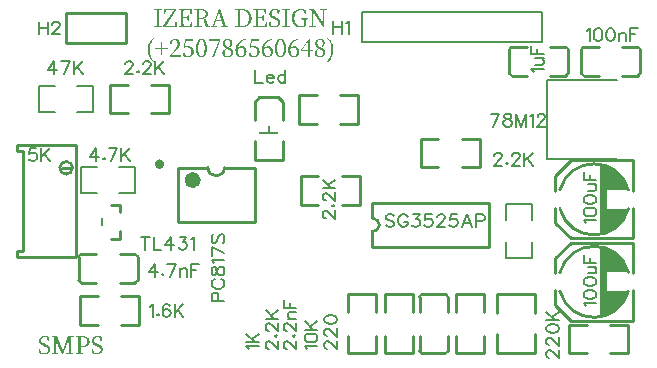
<source format=gto>
G04 Layer: TopSilkscreenLayer*
G04 EasyEDA v6.4.31, 2022-02-13 10:25:38*
G04 2d099072909c4d34a2351a6f0d7baa55,7002fc846d7841648ca5f2fac868b397,10*
G04 Gerber Generator version 0.2*
G04 Scale: 100 percent, Rotated: No, Reflected: No *
G04 Dimensions in millimeters *
G04 leading zeros omitted , absolute positions ,4 integer and 5 decimal *
%FSLAX45Y45*%
%MOMM*%

%ADD10C,0.2540*%
%ADD27C,0.1524*%
%ADD28C,0.2000*%
%ADD29C,0.2032*%
%ADD30C,0.2030*%
%ADD31C,0.4000*%
%ADD32C,0.7000*%

%LPD*%
G36*
X3179826Y9271000D02*
G01*
X3172917Y9270695D01*
X3166364Y9269780D01*
X3160217Y9268256D01*
X3154476Y9266174D01*
X3149193Y9263481D01*
X3144469Y9260281D01*
X3140354Y9256522D01*
X3136849Y9252204D01*
X3134055Y9247428D01*
X3132023Y9242145D01*
X3130753Y9236354D01*
X3130296Y9230106D01*
X3130600Y9224721D01*
X3131515Y9219692D01*
X3133039Y9215069D01*
X3135122Y9210751D01*
X3137712Y9206738D01*
X3140811Y9203029D01*
X3144367Y9199575D01*
X3148431Y9196374D01*
X3152902Y9193428D01*
X3157778Y9190634D01*
X3168650Y9185656D01*
X3183940Y9179153D01*
X3189732Y9176258D01*
X3194558Y9173210D01*
X3198418Y9169958D01*
X3201365Y9166402D01*
X3203397Y9162440D01*
X3204565Y9157970D01*
X3204972Y9152890D01*
X3204311Y9146540D01*
X3202432Y9140952D01*
X3199434Y9136227D01*
X3195269Y9132265D01*
X3190138Y9129217D01*
X3184093Y9126982D01*
X3177133Y9125661D01*
X3169412Y9125204D01*
X3162706Y9125508D01*
X3156762Y9126423D01*
X3151327Y9128099D01*
X3146044Y9130538D01*
X3140456Y9158478D01*
X3129026Y9158478D01*
X3127502Y9127236D01*
X3131566Y9124848D01*
X3136188Y9122562D01*
X3141218Y9120581D01*
X3146653Y9118803D01*
X3152394Y9117330D01*
X3158388Y9116212D01*
X3164586Y9115552D01*
X3170936Y9115298D01*
X3178403Y9115602D01*
X3185464Y9116618D01*
X3192068Y9118193D01*
X3198164Y9120428D01*
X3203702Y9123222D01*
X3208629Y9126626D01*
X3212896Y9130538D01*
X3216503Y9134957D01*
X3219399Y9139936D01*
X3221532Y9145422D01*
X3222802Y9151315D01*
X3223260Y9157716D01*
X3223006Y9162745D01*
X3222294Y9167469D01*
X3221075Y9171889D01*
X3219348Y9176054D01*
X3217011Y9179915D01*
X3214065Y9183624D01*
X3210560Y9187129D01*
X3206343Y9190431D01*
X3201517Y9193631D01*
X3195929Y9196730D01*
X3189681Y9199727D01*
X3168040Y9208719D01*
X3163062Y9211411D01*
X3158744Y9214408D01*
X3155137Y9217761D01*
X3152343Y9221470D01*
X3150260Y9225534D01*
X3148990Y9230106D01*
X3148584Y9235186D01*
X3149193Y9241180D01*
X3150920Y9246463D01*
X3153714Y9250934D01*
X3157423Y9254642D01*
X3161944Y9257538D01*
X3167227Y9259671D01*
X3173120Y9260941D01*
X3179572Y9261348D01*
X3184499Y9261094D01*
X3189071Y9260281D01*
X3193389Y9258858D01*
X3197606Y9256776D01*
X3203448Y9230106D01*
X3214878Y9230106D01*
X3216402Y9259316D01*
X3212592Y9261856D01*
X3208629Y9264142D01*
X3204413Y9266123D01*
X3199993Y9267850D01*
X3195370Y9269171D01*
X3190494Y9270187D01*
X3185312Y9270796D01*
G37*
G36*
X3394710Y9271000D02*
G01*
X3388106Y9270746D01*
X3381705Y9270034D01*
X3375558Y9268866D01*
X3369665Y9267240D01*
X3364026Y9265158D01*
X3358642Y9262719D01*
X3353562Y9259824D01*
X3348736Y9256572D01*
X3344265Y9252966D01*
X3340100Y9249003D01*
X3336290Y9244685D01*
X3332784Y9240062D01*
X3329686Y9235135D01*
X3326942Y9229902D01*
X3324555Y9224365D01*
X3322574Y9218625D01*
X3321050Y9212630D01*
X3319932Y9206382D01*
X3319272Y9199930D01*
X3319018Y9193276D01*
X3319221Y9186519D01*
X3319932Y9179966D01*
X3320999Y9173667D01*
X3322523Y9167622D01*
X3324504Y9161780D01*
X3326790Y9156293D01*
X3329533Y9151010D01*
X3332632Y9146082D01*
X3336036Y9141460D01*
X3339846Y9137142D01*
X3343960Y9133179D01*
X3348431Y9129572D01*
X3353206Y9126321D01*
X3358235Y9123476D01*
X3363620Y9121038D01*
X3369208Y9119006D01*
X3375101Y9117431D01*
X3381248Y9116263D01*
X3387598Y9115552D01*
X3394201Y9115298D01*
X3400806Y9115501D01*
X3407156Y9116161D01*
X3413302Y9117228D01*
X3419297Y9118752D01*
X3425139Y9120581D01*
X3430930Y9122816D01*
X3436670Y9125356D01*
X3442462Y9128252D01*
X3442665Y9159798D01*
X3443224Y9180576D01*
X3456432Y9181846D01*
X3456432Y9189466D01*
X3398520Y9189466D01*
X3398520Y9181846D01*
X3422142Y9180068D01*
X3422548Y9153956D01*
X3422650Y9129522D01*
X3416452Y9127540D01*
X3410356Y9126220D01*
X3404108Y9125458D01*
X3397504Y9125204D01*
X3391255Y9125508D01*
X3385362Y9126372D01*
X3379724Y9127845D01*
X3374440Y9129826D01*
X3369513Y9132417D01*
X3364941Y9135465D01*
X3360724Y9139123D01*
X3356914Y9143238D01*
X3353511Y9147860D01*
X3350514Y9152991D01*
X3347923Y9158579D01*
X3345789Y9164624D01*
X3344113Y9171127D01*
X3342894Y9178086D01*
X3342132Y9185503D01*
X3341878Y9193276D01*
X3342132Y9201150D01*
X3342944Y9208617D01*
X3344214Y9215577D01*
X3345992Y9222130D01*
X3348228Y9228175D01*
X3350869Y9233814D01*
X3353968Y9238894D01*
X3357422Y9243517D01*
X3361283Y9247632D01*
X3365500Y9251188D01*
X3370021Y9254236D01*
X3374898Y9256776D01*
X3380028Y9258757D01*
X3385413Y9260179D01*
X3391103Y9261043D01*
X3396996Y9261348D01*
X3403803Y9260941D01*
X3410254Y9259773D01*
X3416300Y9257690D01*
X3422142Y9254744D01*
X3427729Y9227058D01*
X3439668Y9227058D01*
X3439160Y9260078D01*
X3434537Y9262668D01*
X3429711Y9264904D01*
X3424682Y9266783D01*
X3419398Y9268307D01*
X3413810Y9269476D01*
X3407867Y9270339D01*
X3401517Y9270847D01*
G37*
G36*
X2699766Y9268460D02*
G01*
X2668643Y9176766D01*
X2677922Y9176766D01*
X2700528Y9245854D01*
X2723896Y9176766D01*
X2668643Y9176766D01*
X2652522Y9129268D01*
X2634488Y9126220D01*
X2634488Y9118600D01*
X2684018Y9118600D01*
X2684018Y9126220D01*
X2662174Y9129268D01*
X2675128Y9167876D01*
X2726690Y9167876D01*
X2739644Y9129014D01*
X2717800Y9126220D01*
X2717800Y9118600D01*
X2778252Y9118600D01*
X2778252Y9126220D01*
X2760726Y9128252D01*
X2712720Y9268460D01*
G37*
G36*
X2156206Y9267444D02*
G01*
X2156206Y9259824D01*
X2177034Y9257538D01*
X2177288Y9220758D01*
X2177034Y9128506D01*
X2156206Y9126220D01*
X2156206Y9118600D01*
X2218944Y9118600D01*
X2218944Y9126220D01*
X2198116Y9128760D01*
X2197658Y9158071D01*
X2197658Y9220809D01*
X2198116Y9257538D01*
X2218944Y9259824D01*
X2218944Y9267444D01*
G37*
G36*
X2237994Y9267444D02*
G01*
X2235962Y9227820D01*
X2247900Y9227820D01*
X2254758Y9257792D01*
X2319274Y9257792D01*
X2233422Y9126220D01*
X2233422Y9118600D01*
X2345182Y9118600D01*
X2346706Y9158732D01*
X2334768Y9158732D01*
X2327656Y9128252D01*
X2256536Y9128252D01*
X2342134Y9259824D01*
X2342134Y9267444D01*
G37*
G36*
X2361438Y9267444D02*
G01*
X2361438Y9259824D01*
X2382266Y9257538D01*
X2382520Y9220758D01*
X2382266Y9128506D01*
X2361438Y9126220D01*
X2361438Y9118600D01*
X2475992Y9118600D01*
X2477262Y9158224D01*
X2466340Y9158224D01*
X2460498Y9128252D01*
X2403348Y9128252D01*
X2402890Y9158274D01*
X2402840Y9189974D01*
X2436622Y9189974D01*
X2439670Y9168384D01*
X2448814Y9168384D01*
X2448814Y9220708D01*
X2439670Y9220708D01*
X2436368Y9198864D01*
X2402840Y9198864D01*
X2402941Y9235948D01*
X2403348Y9257792D01*
X2456180Y9257792D01*
X2462022Y9228328D01*
X2472944Y9228328D01*
X2471928Y9267444D01*
G37*
G36*
X2495550Y9267444D02*
G01*
X2495550Y9259824D01*
X2516378Y9257538D01*
X2516632Y9196578D01*
X2536952Y9196578D01*
X2537053Y9236506D01*
X2537460Y9258808D01*
X2556764Y9258808D01*
X2564942Y9258300D01*
X2571953Y9256826D01*
X2577795Y9254337D01*
X2582570Y9250984D01*
X2586177Y9246666D01*
X2588768Y9241536D01*
X2590292Y9235592D01*
X2590800Y9228836D01*
X2590241Y9222130D01*
X2588564Y9215983D01*
X2585770Y9210497D01*
X2581859Y9205772D01*
X2576880Y9201912D01*
X2570784Y9199016D01*
X2563571Y9197187D01*
X2555240Y9196578D01*
X2516632Y9196578D01*
X2516378Y9128506D01*
X2495550Y9126220D01*
X2495550Y9118600D01*
X2558288Y9118600D01*
X2558288Y9126220D01*
X2537460Y9128760D01*
X2537002Y9157817D01*
X2536952Y9188196D01*
X2548890Y9188196D01*
X2555341Y9187992D01*
X2560777Y9187281D01*
X2565400Y9185960D01*
X2569260Y9183878D01*
X2572410Y9180931D01*
X2575052Y9177070D01*
X2577287Y9172041D01*
X2579116Y9165844D01*
X2588260Y9130538D01*
X2590901Y9123934D01*
X2595270Y9119514D01*
X2601772Y9117076D01*
X2610866Y9116314D01*
X2615793Y9116466D01*
X2620213Y9116872D01*
X2624175Y9117584D01*
X2627630Y9118600D01*
X2627630Y9126220D01*
X2610358Y9127998D01*
X2599944Y9162796D01*
X2597912Y9168841D01*
X2595626Y9174073D01*
X2593035Y9178493D01*
X2590088Y9182252D01*
X2586685Y9185300D01*
X2582824Y9187738D01*
X2578455Y9189618D01*
X2573528Y9190990D01*
X2579624Y9192310D01*
X2585161Y9194038D01*
X2590190Y9196222D01*
X2594711Y9198762D01*
X2598674Y9201658D01*
X2602077Y9204858D01*
X2605024Y9208312D01*
X2607411Y9212021D01*
X2609240Y9215932D01*
X2610561Y9219996D01*
X2611374Y9224264D01*
X2611628Y9228582D01*
X2611221Y9234525D01*
X2610002Y9240012D01*
X2608021Y9245041D01*
X2605227Y9249613D01*
X2601722Y9253677D01*
X2597505Y9257233D01*
X2592578Y9260332D01*
X2586939Y9262821D01*
X2580640Y9264853D01*
X2573731Y9266275D01*
X2566162Y9267139D01*
X2558034Y9267444D01*
G37*
G36*
X2842260Y9267444D02*
G01*
X2842260Y9259824D01*
X2863088Y9257538D01*
X2863342Y9220606D01*
X2863342Y9173921D01*
X2883662Y9173921D01*
X2883763Y9236354D01*
X2884170Y9258808D01*
X2903474Y9258808D01*
X2909620Y9258554D01*
X2915462Y9257741D01*
X2920898Y9256420D01*
X2925978Y9254540D01*
X2930702Y9252204D01*
X2935020Y9249308D01*
X2938983Y9245904D01*
X2942539Y9241993D01*
X2945739Y9237624D01*
X2948482Y9232696D01*
X2950870Y9227312D01*
X2952800Y9221419D01*
X2954324Y9215018D01*
X2955442Y9208160D01*
X2956102Y9200845D01*
X2956306Y9193022D01*
X2956102Y9185452D01*
X2955442Y9178340D01*
X2954324Y9171584D01*
X2952750Y9165336D01*
X2950819Y9159494D01*
X2948381Y9154109D01*
X2945587Y9149181D01*
X2942336Y9144711D01*
X2938678Y9140748D01*
X2934614Y9137294D01*
X2930144Y9134348D01*
X2925216Y9131909D01*
X2919933Y9129979D01*
X2914243Y9128607D01*
X2908147Y9127794D01*
X2901696Y9127490D01*
X2884170Y9127490D01*
X2883662Y9173921D01*
X2863342Y9173921D01*
X2863088Y9128506D01*
X2842260Y9126220D01*
X2842260Y9118600D01*
X2902966Y9118600D01*
X2909519Y9118803D01*
X2915920Y9119412D01*
X2922066Y9120378D01*
X2928010Y9121749D01*
X2933649Y9123527D01*
X2939084Y9125661D01*
X2944215Y9128150D01*
X2949092Y9131046D01*
X2953613Y9134297D01*
X2957880Y9137904D01*
X2961741Y9141866D01*
X2965297Y9146184D01*
X2968498Y9150858D01*
X2971292Y9155887D01*
X2973730Y9161272D01*
X2975711Y9166961D01*
X2977337Y9172956D01*
X2978454Y9179356D01*
X2979166Y9186011D01*
X2979420Y9193022D01*
X2979216Y9200083D01*
X2978556Y9206788D01*
X2977489Y9213138D01*
X2976067Y9219184D01*
X2974238Y9224924D01*
X2972003Y9230258D01*
X2969412Y9235287D01*
X2966466Y9239961D01*
X2963164Y9244279D01*
X2959506Y9248241D01*
X2955544Y9251848D01*
X2951276Y9255048D01*
X2946704Y9257944D01*
X2941828Y9260433D01*
X2936646Y9262567D01*
X2931261Y9264294D01*
X2925572Y9265666D01*
X2919628Y9266631D01*
X2913430Y9267240D01*
X2907030Y9267444D01*
G37*
G36*
X2993898Y9267444D02*
G01*
X2993898Y9259824D01*
X3014472Y9257538D01*
X3014929Y9228124D01*
X3014929Y9165234D01*
X3014472Y9128506D01*
X2993898Y9126220D01*
X2993898Y9118600D01*
X3108452Y9118600D01*
X3109722Y9158224D01*
X3098800Y9158224D01*
X3092704Y9128252D01*
X3035808Y9128252D01*
X3035350Y9158274D01*
X3035300Y9189974D01*
X3069082Y9189974D01*
X3072130Y9168384D01*
X3081274Y9168384D01*
X3081274Y9220708D01*
X3072130Y9220708D01*
X3068828Y9198864D01*
X3035300Y9198864D01*
X3035401Y9235948D01*
X3035808Y9257792D01*
X3088640Y9257792D01*
X3094482Y9228328D01*
X3105404Y9228328D01*
X3104134Y9267444D01*
G37*
G36*
X3240786Y9267444D02*
G01*
X3240786Y9259824D01*
X3261360Y9257538D01*
X3261817Y9228124D01*
X3261817Y9165234D01*
X3261360Y9128506D01*
X3240786Y9126220D01*
X3240786Y9118600D01*
X3303270Y9118600D01*
X3303270Y9126220D01*
X3282696Y9128760D01*
X3282238Y9158071D01*
X3282238Y9220809D01*
X3282696Y9257538D01*
X3303270Y9259824D01*
X3303270Y9267444D01*
G37*
G36*
X3469640Y9267444D02*
G01*
X3469640Y9259824D01*
X3485387Y9257792D01*
X3487674Y9254998D01*
X3487165Y9129014D01*
X3468624Y9126220D01*
X3468624Y9118600D01*
X3521201Y9118600D01*
X3521201Y9126220D01*
X3497326Y9129268D01*
X3497072Y9242044D01*
X3587750Y9117076D01*
X3595624Y9117076D01*
X3595878Y9257284D01*
X3614674Y9259824D01*
X3614674Y9267444D01*
X3562096Y9267444D01*
X3562096Y9259824D01*
X3585718Y9257030D01*
X3586226Y9153652D01*
X3503929Y9267444D01*
G37*
G36*
X2147316Y9030970D02*
G01*
X2142693Y9026499D01*
X2134260Y9017304D01*
X2126742Y9007906D01*
X2120239Y8998204D01*
X2117344Y8993225D01*
X2112264Y8983014D01*
X2110079Y8977782D01*
X2106422Y8967063D01*
X2104898Y8961577D01*
X2102662Y8950248D01*
X2101850Y8944457D01*
X2100935Y8932468D01*
X2100935Y8920226D01*
X2101850Y8908389D01*
X2103678Y8896908D01*
X2104898Y8891320D01*
X2108149Y8880398D01*
X2110079Y8875064D01*
X2112264Y8869832D01*
X2117344Y8859621D01*
X2120239Y8854643D01*
X2126742Y8844940D01*
X2134260Y8835491D01*
X2142693Y8826398D01*
X2147316Y8821928D01*
X2152142Y8825484D01*
X2147417Y8832392D01*
X2139188Y8845651D01*
X2135632Y8852001D01*
X2132482Y8858250D01*
X2129688Y8864396D01*
X2125065Y8876487D01*
X2121712Y8888476D01*
X2119477Y8900617D01*
X2118258Y8913164D01*
X2117852Y8926322D01*
X2118207Y8939530D01*
X2118715Y8945880D01*
X2120442Y8958173D01*
X2121662Y8964218D01*
X2123186Y8970213D01*
X2127097Y8982151D01*
X2132380Y8994343D01*
X2135530Y9000540D01*
X2142998Y9013444D01*
X2152142Y9027160D01*
G37*
G36*
X3625596Y9030970D02*
G01*
X3620770Y9027160D01*
X3629761Y9013545D01*
X3637178Y9000642D01*
X3640328Y8994444D01*
X3643122Y8988298D01*
X3647744Y8976258D01*
X3649573Y8970264D01*
X3651097Y8964269D01*
X3652367Y8958224D01*
X3653383Y8952128D01*
X3654145Y8945880D01*
X3654958Y8933027D01*
X3654958Y8919667D01*
X3654145Y8906865D01*
X3653434Y8900718D01*
X3651199Y8888628D01*
X3649624Y8882634D01*
X3647795Y8876690D01*
X3643223Y8864600D01*
X3640429Y8858504D01*
X3637279Y8852255D01*
X3629812Y8839301D01*
X3620770Y8825484D01*
X3625596Y8821928D01*
X3634486Y8830919D01*
X3642410Y8840165D01*
X3649370Y8849766D01*
X3655364Y8859621D01*
X3660444Y8869832D01*
X3662629Y8875064D01*
X3666286Y8885783D01*
X3667760Y8891320D01*
X3669995Y8902598D01*
X3670808Y8908389D01*
X3671722Y8920226D01*
X3671722Y8932468D01*
X3670808Y8944457D01*
X3668979Y8955938D01*
X3667760Y8961577D01*
X3666286Y8967063D01*
X3662629Y8977782D01*
X3660444Y8983014D01*
X3655364Y8993225D01*
X3649370Y9003080D01*
X3646017Y9007906D01*
X3638550Y9017304D01*
X3630168Y9026499D01*
G37*
G36*
X2330704Y9016492D02*
G01*
X2325217Y9016238D01*
X2319934Y9015577D01*
X2314803Y9014409D01*
X2309977Y9012783D01*
X2305405Y9010650D01*
X2301189Y9008110D01*
X2297379Y9005062D01*
X2294026Y9001607D01*
X2291181Y8997645D01*
X2288844Y8993225D01*
X2287117Y8988298D01*
X2286000Y8982964D01*
X2287981Y8980170D01*
X2290470Y8978036D01*
X2293416Y8976614D01*
X2296668Y8976106D01*
X2300681Y8976868D01*
X2303983Y8979255D01*
X2306726Y8983624D01*
X2308860Y8990076D01*
X2313432Y9006332D01*
X2319883Y9007500D01*
X2325370Y9007856D01*
X2331364Y9007297D01*
X2336698Y9005570D01*
X2341321Y9002826D01*
X2345232Y8999118D01*
X2348382Y8994546D01*
X2350668Y8989110D01*
X2352090Y8982964D01*
X2352548Y8976106D01*
X2352344Y8971686D01*
X2351684Y8967216D01*
X2350617Y8962796D01*
X2349093Y8958275D01*
X2347163Y8953652D01*
X2344775Y8948978D01*
X2341930Y8944102D01*
X2338628Y8939072D01*
X2330653Y8928404D01*
X2320798Y8916670D01*
X2287016Y8878316D01*
X2287016Y8864600D01*
X2378456Y8864600D01*
X2378456Y8881872D01*
X2301240Y8881872D01*
X2327402Y8908796D01*
X2342286Y8924594D01*
X2353767Y8937701D01*
X2358390Y8943441D01*
X2362250Y8948775D01*
X2365400Y8953804D01*
X2367889Y8958580D01*
X2369820Y8963202D01*
X2371090Y8967774D01*
X2371852Y8972397D01*
X2372106Y8977122D01*
X2371852Y8982760D01*
X2371039Y8988044D01*
X2369667Y8993022D01*
X2367737Y8997594D01*
X2365248Y9001760D01*
X2362149Y9005468D01*
X2358491Y9008719D01*
X2354173Y9011412D01*
X2349296Y9013596D01*
X2343759Y9015171D01*
X2337562Y9016136D01*
G37*
G36*
X2555240Y9016492D02*
G01*
X2550769Y9016238D01*
X2546350Y9015476D01*
X2542032Y9014206D01*
X2537815Y9012428D01*
X2533751Y9010040D01*
X2529890Y9007043D01*
X2526233Y9003487D01*
X2522778Y8999270D01*
X2519629Y8994394D01*
X2516835Y8988856D01*
X2514346Y8982608D01*
X2512212Y8975648D01*
X2510536Y8967978D01*
X2509266Y8959545D01*
X2508504Y8950299D01*
X2508250Y8940292D01*
X2528062Y8940292D01*
X2528316Y8952839D01*
X2529078Y8963812D01*
X2530297Y8973312D01*
X2531922Y8981440D01*
X2533954Y8988298D01*
X2536291Y8993936D01*
X2538984Y8998508D01*
X2541879Y9002014D01*
X2544978Y9004604D01*
X2548280Y9006332D01*
X2551734Y9007297D01*
X2555240Y9007602D01*
X2558643Y9007297D01*
X2561945Y9006332D01*
X2565146Y9004604D01*
X2568194Y9002014D01*
X2570988Y8998508D01*
X2573578Y8993936D01*
X2575864Y8988298D01*
X2577846Y8981440D01*
X2579471Y8973312D01*
X2580640Y8963812D01*
X2581402Y8952839D01*
X2581656Y8940292D01*
X2581402Y8927287D01*
X2580640Y8915857D01*
X2579471Y8906002D01*
X2577846Y8897518D01*
X2575864Y8890355D01*
X2573578Y8884462D01*
X2570988Y8879738D01*
X2568194Y8876080D01*
X2565146Y8873337D01*
X2561945Y8871559D01*
X2558643Y8870492D01*
X2555240Y8870188D01*
X2552598Y8870340D01*
X2550007Y8870899D01*
X2547467Y8871915D01*
X2544978Y8873337D01*
X2542641Y8875268D01*
X2540406Y8877706D01*
X2538272Y8880754D01*
X2536342Y8884361D01*
X2534513Y8888679D01*
X2532888Y8893657D01*
X2531516Y8899398D01*
X2530297Y8905849D01*
X2529332Y8913164D01*
X2528671Y8921292D01*
X2528214Y8930335D01*
X2528062Y8940292D01*
X2508250Y8940292D01*
X2508504Y8929928D01*
X2509266Y8920378D01*
X2510536Y8911640D01*
X2512212Y8903716D01*
X2514346Y8896553D01*
X2516835Y8890101D01*
X2519629Y8884412D01*
X2522778Y8879433D01*
X2526233Y8875115D01*
X2529890Y8871458D01*
X2533751Y8868410D01*
X2537815Y8865971D01*
X2542032Y8864092D01*
X2546350Y8862822D01*
X2550769Y8862060D01*
X2555240Y8861806D01*
X2559608Y8862060D01*
X2563926Y8862822D01*
X2568194Y8864092D01*
X2572308Y8865971D01*
X2576322Y8868410D01*
X2580132Y8871458D01*
X2583738Y8875115D01*
X2587142Y8879433D01*
X2590190Y8884412D01*
X2592984Y8890101D01*
X2595473Y8896553D01*
X2597505Y8903716D01*
X2599182Y8911640D01*
X2600452Y8920378D01*
X2601214Y8929928D01*
X2601468Y8940292D01*
X2601214Y8950299D01*
X2600452Y8959545D01*
X2599182Y8967978D01*
X2597505Y8975648D01*
X2595473Y8982608D01*
X2592984Y8988856D01*
X2590190Y8994394D01*
X2587142Y8999270D01*
X2583738Y9003487D01*
X2580132Y9007043D01*
X2576322Y9010040D01*
X2572308Y9012428D01*
X2568194Y9014206D01*
X2563926Y9015476D01*
X2559608Y9016238D01*
G37*
G36*
X2778506Y9016492D02*
G01*
X2772816Y9016187D01*
X2767380Y9015323D01*
X2762250Y9013901D01*
X2757424Y9011970D01*
X2753004Y9009481D01*
X2748991Y9006535D01*
X2745486Y9003131D01*
X2742488Y8999270D01*
X2740101Y8994952D01*
X2738323Y8990228D01*
X2737205Y8985148D01*
X2737113Y8983726D01*
X2753868Y8983726D01*
X2754376Y8989009D01*
X2755798Y8993733D01*
X2758084Y8997848D01*
X2761081Y9001302D01*
X2764739Y9004096D01*
X2768854Y9006179D01*
X2773426Y9007398D01*
X2778252Y9007856D01*
X2783332Y9007297D01*
X2787802Y9005722D01*
X2791663Y9003284D01*
X2794863Y9000083D01*
X2797454Y8996222D01*
X2799334Y8991904D01*
X2800451Y8987180D01*
X2800858Y8982202D01*
X2800654Y8976918D01*
X2799943Y8972042D01*
X2798724Y8967470D01*
X2796895Y8963202D01*
X2794508Y8959189D01*
X2791409Y8955278D01*
X2787650Y8951468D01*
X2783078Y8947658D01*
X2775102Y8951976D01*
X2768650Y8956344D01*
X2763570Y8960764D01*
X2759710Y8965234D01*
X2756966Y8969756D01*
X2755138Y8974328D01*
X2754172Y8979001D01*
X2753868Y8983726D01*
X2737113Y8983726D01*
X2736850Y8979662D01*
X2737256Y8973362D01*
X2738424Y8967317D01*
X2740456Y8961628D01*
X2743352Y8956243D01*
X2747162Y8951163D01*
X2751937Y8946388D01*
X2757728Y8941917D01*
X2764536Y8937752D01*
X2757017Y8933840D01*
X2750515Y8929725D01*
X2744978Y8925306D01*
X2740406Y8920632D01*
X2736850Y8915654D01*
X2734310Y8910269D01*
X2732786Y8904528D01*
X2732445Y8900414D01*
X2749804Y8900414D01*
X2750159Y8905951D01*
X2751124Y8910929D01*
X2752801Y8915501D01*
X2755188Y8919667D01*
X2758186Y8923578D01*
X2761894Y8927236D01*
X2766314Y8930741D01*
X2771394Y8934196D01*
X2780385Y8929725D01*
X2787802Y8925356D01*
X2793746Y8921038D01*
X2798368Y8916720D01*
X2801721Y8912352D01*
X2804007Y8907830D01*
X2805277Y8903106D01*
X2805684Y8898128D01*
X2805176Y8892133D01*
X2803702Y8886698D01*
X2801366Y8881922D01*
X2798165Y8877858D01*
X2794254Y8874607D01*
X2789631Y8872220D01*
X2784348Y8870696D01*
X2778506Y8870188D01*
X2772410Y8870746D01*
X2766822Y8872372D01*
X2761945Y8875014D01*
X2757779Y8878519D01*
X2754376Y8882938D01*
X2751886Y8888069D01*
X2750362Y8893962D01*
X2749804Y8900414D01*
X2732445Y8900414D01*
X2732278Y8898382D01*
X2732633Y8892692D01*
X2733802Y8887460D01*
X2735580Y8882684D01*
X2738069Y8878417D01*
X2741218Y8874556D01*
X2744927Y8871254D01*
X2749245Y8868410D01*
X2754071Y8866022D01*
X2759405Y8864193D01*
X2765196Y8862872D01*
X2771394Y8862060D01*
X2777998Y8861806D01*
X2784398Y8862110D01*
X2790444Y8863076D01*
X2796133Y8864650D01*
X2801416Y8866835D01*
X2806242Y8869527D01*
X2810560Y8872728D01*
X2814320Y8876436D01*
X2817469Y8880602D01*
X2820060Y8885174D01*
X2821889Y8890152D01*
X2823057Y8895486D01*
X2823464Y8901176D01*
X2822956Y8908237D01*
X2821432Y8914688D01*
X2818892Y8920581D01*
X2815285Y8926017D01*
X2810611Y8930995D01*
X2804820Y8935669D01*
X2797962Y8940088D01*
X2789936Y8944356D01*
X2797048Y8948928D01*
X2802940Y8953601D01*
X2807614Y8958326D01*
X2811221Y8963152D01*
X2813812Y8967978D01*
X2815590Y8972702D01*
X2816555Y8977376D01*
X2816860Y8981948D01*
X2816555Y8986824D01*
X2815640Y8991498D01*
X2814167Y8995816D01*
X2812186Y8999829D01*
X2809595Y9003487D01*
X2806547Y9006738D01*
X2802991Y9009583D01*
X2798927Y9011970D01*
X2794457Y9013901D01*
X2789529Y9015323D01*
X2784246Y9016187D01*
G37*
G36*
X2928620Y9016492D02*
G01*
X2921863Y9015526D01*
X2915361Y9014256D01*
X2909112Y9012631D01*
X2903118Y9010751D01*
X2897428Y9008567D01*
X2891942Y9006078D01*
X2886760Y9003334D01*
X2881884Y9000286D01*
X2877210Y8997035D01*
X2872892Y8993530D01*
X2868828Y8989822D01*
X2865018Y8985910D01*
X2861513Y8981744D01*
X2858312Y8977376D01*
X2855417Y8972854D01*
X2852775Y8968181D01*
X2850438Y8963304D01*
X2848406Y8958275D01*
X2846730Y8953093D01*
X2845308Y8947810D01*
X2844190Y8942425D01*
X2843428Y8936888D01*
X2842842Y8928354D01*
X2862326Y8928354D01*
X2862326Y8932926D01*
X2869082Y8937904D01*
X2876296Y8941206D01*
X2883662Y8943035D01*
X2891028Y8943594D01*
X2896666Y8943086D01*
X2901797Y8941460D01*
X2906318Y8938768D01*
X2910128Y8934907D01*
X2913227Y8929928D01*
X2915513Y8923782D01*
X2916936Y8916416D01*
X2917444Y8907780D01*
X2916936Y8898940D01*
X2915513Y8891320D01*
X2913278Y8884818D01*
X2910179Y8879535D01*
X2906420Y8875471D01*
X2902000Y8872524D01*
X2897022Y8870746D01*
X2891536Y8870188D01*
X2887116Y8870594D01*
X2883001Y8871813D01*
X2879242Y8873845D01*
X2875838Y8876690D01*
X2872790Y8880348D01*
X2870047Y8884818D01*
X2867761Y8890050D01*
X2865831Y8896096D01*
X2864307Y8902954D01*
X2863240Y8910624D01*
X2862529Y8919108D01*
X2862326Y8928354D01*
X2842842Y8928354D01*
X2842971Y8918244D01*
X2843631Y8911285D01*
X2844698Y8904782D01*
X2846120Y8898686D01*
X2848000Y8892997D01*
X2850184Y8887764D01*
X2852775Y8882938D01*
X2855772Y8878620D01*
X2859074Y8874760D01*
X2862681Y8871407D01*
X2866644Y8868511D01*
X2870962Y8866124D01*
X2875534Y8864244D01*
X2880410Y8862923D01*
X2885592Y8862060D01*
X2891028Y8861806D01*
X2897530Y8862161D01*
X2903677Y8863279D01*
X2909366Y8865057D01*
X2914650Y8867597D01*
X2919476Y8870746D01*
X2923743Y8874607D01*
X2927502Y8879078D01*
X2930652Y8884208D01*
X2933141Y8890000D01*
X2934970Y8896350D01*
X2936087Y8903309D01*
X2936494Y8910828D01*
X2936138Y8917482D01*
X2935173Y8923680D01*
X2933598Y8929370D01*
X2931363Y8934602D01*
X2928620Y8939326D01*
X2925368Y8943492D01*
X2921558Y8947048D01*
X2917291Y8950045D01*
X2912618Y8952382D01*
X2907487Y8954109D01*
X2901950Y8955176D01*
X2896108Y8955532D01*
X2891586Y8955278D01*
X2887065Y8954566D01*
X2882696Y8953449D01*
X2878429Y8951823D01*
X2874264Y8949740D01*
X2870301Y8947302D01*
X2866440Y8944356D01*
X2862834Y8941054D01*
X2863748Y8947708D01*
X2865069Y8954058D01*
X2866796Y8960104D01*
X2868930Y8965844D01*
X2871470Y8971280D01*
X2874467Y8976410D01*
X2877870Y8981236D01*
X2881731Y8985758D01*
X2886100Y8989974D01*
X2890875Y8993835D01*
X2896108Y8997442D01*
X2901848Y9000693D01*
X2908046Y9003639D01*
X2914751Y9006281D01*
X2921914Y9008618D01*
X2929636Y9010650D01*
G37*
G36*
X3151632Y9016492D02*
G01*
X3144875Y9015526D01*
X3138373Y9014256D01*
X3132124Y9012631D01*
X3126130Y9010751D01*
X3120440Y9008567D01*
X3114954Y9006078D01*
X3109772Y9003334D01*
X3104896Y9000286D01*
X3100222Y8997035D01*
X3095904Y8993530D01*
X3091840Y8989822D01*
X3088030Y8985910D01*
X3084525Y8981744D01*
X3081324Y8977376D01*
X3078429Y8972854D01*
X3075787Y8968181D01*
X3073450Y8963304D01*
X3071418Y8958275D01*
X3069742Y8953093D01*
X3068320Y8947810D01*
X3067202Y8942425D01*
X3066440Y8936888D01*
X3065854Y8928354D01*
X3085338Y8928354D01*
X3085338Y8932926D01*
X3092196Y8937904D01*
X3099409Y8941206D01*
X3106724Y8943035D01*
X3114040Y8943594D01*
X3119678Y8943086D01*
X3124809Y8941460D01*
X3129330Y8938768D01*
X3133140Y8934907D01*
X3136239Y8929928D01*
X3138525Y8923782D01*
X3139948Y8916416D01*
X3140456Y8907780D01*
X3139948Y8898940D01*
X3138576Y8891320D01*
X3136290Y8884818D01*
X3133242Y8879535D01*
X3129432Y8875471D01*
X3125012Y8872524D01*
X3120034Y8870746D01*
X3114548Y8870188D01*
X3110128Y8870594D01*
X3106013Y8871813D01*
X3102254Y8873845D01*
X3098850Y8876690D01*
X3095802Y8880348D01*
X3093059Y8884818D01*
X3090773Y8890050D01*
X3088843Y8896096D01*
X3087319Y8902954D01*
X3086252Y8910624D01*
X3085541Y8919108D01*
X3085338Y8928354D01*
X3065854Y8928354D01*
X3065983Y8918244D01*
X3066643Y8911285D01*
X3067710Y8904782D01*
X3069132Y8898686D01*
X3071012Y8892997D01*
X3073196Y8887764D01*
X3075787Y8882938D01*
X3078784Y8878620D01*
X3082086Y8874760D01*
X3085693Y8871407D01*
X3089656Y8868511D01*
X3093974Y8866124D01*
X3098546Y8864244D01*
X3103422Y8862923D01*
X3108604Y8862060D01*
X3114040Y8861806D01*
X3120593Y8862161D01*
X3126740Y8863279D01*
X3132480Y8865057D01*
X3137814Y8867597D01*
X3142589Y8870746D01*
X3146856Y8874607D01*
X3150565Y8879078D01*
X3153714Y8884208D01*
X3156204Y8890000D01*
X3158032Y8896350D01*
X3159150Y8903309D01*
X3159506Y8910828D01*
X3159150Y8917482D01*
X3158185Y8923680D01*
X3156610Y8929370D01*
X3154375Y8934602D01*
X3151632Y8939326D01*
X3148380Y8943492D01*
X3144570Y8947048D01*
X3140303Y8950045D01*
X3135630Y8952382D01*
X3130499Y8954109D01*
X3124962Y8955176D01*
X3119120Y8955532D01*
X3110077Y8954566D01*
X3101441Y8951823D01*
X3093415Y8947302D01*
X3086100Y8941054D01*
X3087014Y8947708D01*
X3088335Y8954058D01*
X3090062Y8960104D01*
X3092196Y8965844D01*
X3094736Y8971280D01*
X3097733Y8976410D01*
X3101136Y8981236D01*
X3104997Y8985758D01*
X3109366Y8989974D01*
X3114141Y8993835D01*
X3119374Y8997442D01*
X3125114Y9000693D01*
X3131312Y9003639D01*
X3138017Y9006281D01*
X3145180Y9008618D01*
X3152902Y9010650D01*
G37*
G36*
X3224530Y9016492D02*
G01*
X3220059Y9016238D01*
X3215640Y9015476D01*
X3211322Y9014206D01*
X3207105Y9012428D01*
X3203041Y9010040D01*
X3199180Y9007043D01*
X3195523Y9003487D01*
X3192068Y8999270D01*
X3188919Y8994394D01*
X3186125Y8988856D01*
X3183636Y8982608D01*
X3181502Y8975648D01*
X3179826Y8967978D01*
X3178556Y8959545D01*
X3177794Y8950299D01*
X3177540Y8940292D01*
X3197352Y8940292D01*
X3197606Y8952839D01*
X3198368Y8963812D01*
X3199587Y8973312D01*
X3201212Y8981440D01*
X3203244Y8988298D01*
X3205581Y8993936D01*
X3208274Y8998508D01*
X3211169Y9002014D01*
X3214268Y9004604D01*
X3217570Y9006332D01*
X3221024Y9007297D01*
X3224530Y9007602D01*
X3227933Y9007297D01*
X3231235Y9006332D01*
X3234436Y9004604D01*
X3237484Y9002014D01*
X3240278Y8998508D01*
X3242868Y8993936D01*
X3245154Y8988298D01*
X3247136Y8981440D01*
X3248761Y8973312D01*
X3249930Y8963812D01*
X3250692Y8952839D01*
X3250946Y8940292D01*
X3250692Y8927287D01*
X3249930Y8915857D01*
X3248761Y8906002D01*
X3247136Y8897518D01*
X3245154Y8890355D01*
X3242868Y8884462D01*
X3240278Y8879738D01*
X3237484Y8876080D01*
X3234436Y8873337D01*
X3231235Y8871559D01*
X3227933Y8870492D01*
X3224530Y8870188D01*
X3221888Y8870340D01*
X3219297Y8870899D01*
X3216757Y8871915D01*
X3214268Y8873337D01*
X3211931Y8875268D01*
X3209696Y8877706D01*
X3207562Y8880754D01*
X3205581Y8884361D01*
X3203803Y8888679D01*
X3202178Y8893657D01*
X3200806Y8899398D01*
X3199587Y8905849D01*
X3198622Y8913164D01*
X3197961Y8921292D01*
X3197504Y8930335D01*
X3197352Y8940292D01*
X3177540Y8940292D01*
X3177794Y8929928D01*
X3178556Y8920378D01*
X3179826Y8911640D01*
X3181502Y8903716D01*
X3183636Y8896553D01*
X3186125Y8890101D01*
X3188919Y8884412D01*
X3192068Y8879433D01*
X3195523Y8875115D01*
X3199180Y8871458D01*
X3203041Y8868410D01*
X3207105Y8865971D01*
X3211322Y8864092D01*
X3215640Y8862822D01*
X3220059Y8862060D01*
X3224530Y8861806D01*
X3228898Y8862060D01*
X3233216Y8862822D01*
X3237484Y8864092D01*
X3241649Y8865971D01*
X3245662Y8868410D01*
X3249523Y8871458D01*
X3253130Y8875115D01*
X3256534Y8879433D01*
X3259632Y8884412D01*
X3262477Y8890101D01*
X3264915Y8896553D01*
X3267049Y8903716D01*
X3268726Y8911640D01*
X3269996Y8920378D01*
X3270758Y8929928D01*
X3271012Y8940292D01*
X3270758Y8950299D01*
X3269996Y8959545D01*
X3268726Y8967978D01*
X3267049Y8975648D01*
X3264915Y8982608D01*
X3262477Y8988856D01*
X3259632Y8994394D01*
X3256534Y8999270D01*
X3253130Y9003487D01*
X3249523Y9007043D01*
X3245662Y9010040D01*
X3241649Y9012428D01*
X3237484Y9014206D01*
X3233216Y9015476D01*
X3228898Y9016238D01*
G37*
G36*
X3374644Y9016492D02*
G01*
X3367887Y9015526D01*
X3361436Y9014256D01*
X3355238Y9012631D01*
X3349244Y9010751D01*
X3343554Y9008567D01*
X3338118Y9006078D01*
X3332937Y9003334D01*
X3328060Y9000286D01*
X3323437Y8997035D01*
X3319119Y8993530D01*
X3315055Y8989822D01*
X3311245Y8985910D01*
X3307791Y8981744D01*
X3304590Y8977376D01*
X3301644Y8972854D01*
X3299053Y8968181D01*
X3296716Y8963304D01*
X3294684Y8958275D01*
X3293008Y8953093D01*
X3291586Y8947810D01*
X3290468Y8942425D01*
X3289706Y8936888D01*
X3289120Y8928354D01*
X3308604Y8928354D01*
X3308604Y8932926D01*
X3315360Y8937904D01*
X3322523Y8941206D01*
X3329838Y8943035D01*
X3337051Y8943594D01*
X3342792Y8943086D01*
X3347923Y8941460D01*
X3352444Y8938768D01*
X3356254Y8934907D01*
X3359353Y8929928D01*
X3361588Y8923782D01*
X3363010Y8916416D01*
X3363468Y8907780D01*
X3363010Y8898940D01*
X3361588Y8891320D01*
X3359353Y8884818D01*
X3356356Y8879535D01*
X3352647Y8875471D01*
X3348228Y8872524D01*
X3343300Y8870746D01*
X3337814Y8870188D01*
X3333394Y8870594D01*
X3329279Y8871813D01*
X3325520Y8873845D01*
X3322116Y8876690D01*
X3319068Y8880348D01*
X3316376Y8884818D01*
X3314039Y8890050D01*
X3312109Y8896096D01*
X3310585Y8902954D01*
X3309518Y8910624D01*
X3308807Y8919108D01*
X3308604Y8928354D01*
X3289120Y8928354D01*
X3289249Y8918244D01*
X3289909Y8911285D01*
X3290976Y8904782D01*
X3292398Y8898686D01*
X3294227Y8892997D01*
X3296462Y8887764D01*
X3299053Y8882938D01*
X3302000Y8878620D01*
X3305301Y8874760D01*
X3308908Y8871407D01*
X3312871Y8868511D01*
X3317138Y8866124D01*
X3321659Y8864244D01*
X3326536Y8862923D01*
X3331667Y8862060D01*
X3337051Y8861806D01*
X3343605Y8862161D01*
X3349802Y8863279D01*
X3355543Y8865057D01*
X3360877Y8867597D01*
X3365703Y8870746D01*
X3370021Y8874607D01*
X3373729Y8879078D01*
X3376879Y8884208D01*
X3379419Y8890000D01*
X3381248Y8896350D01*
X3382365Y8903309D01*
X3382772Y8910828D01*
X3382416Y8917482D01*
X3381451Y8923680D01*
X3379876Y8929370D01*
X3377641Y8934602D01*
X3374898Y8939326D01*
X3371596Y8943492D01*
X3367786Y8947048D01*
X3363518Y8950045D01*
X3358794Y8952382D01*
X3353612Y8954109D01*
X3348075Y8955176D01*
X3342132Y8955532D01*
X3333140Y8954566D01*
X3324555Y8951823D01*
X3316528Y8947302D01*
X3309112Y8941054D01*
X3310026Y8947708D01*
X3311347Y8954058D01*
X3313074Y8960104D01*
X3315208Y8965844D01*
X3317748Y8971280D01*
X3320745Y8976410D01*
X3324148Y8981236D01*
X3328009Y8985758D01*
X3332378Y8989974D01*
X3337153Y8993835D01*
X3342386Y8997442D01*
X3348126Y9000693D01*
X3354324Y9003639D01*
X3361029Y9006281D01*
X3368192Y9008618D01*
X3375914Y9010650D01*
G37*
G36*
X3559556Y9016492D02*
G01*
X3553815Y9016187D01*
X3548379Y9015323D01*
X3543198Y9013901D01*
X3538372Y9011970D01*
X3533952Y9009481D01*
X3529990Y9006535D01*
X3526485Y9003131D01*
X3523487Y8999270D01*
X3521100Y8994952D01*
X3519373Y8990228D01*
X3518255Y8985148D01*
X3518163Y8983726D01*
X3534664Y8983726D01*
X3535172Y8989009D01*
X3536645Y8993733D01*
X3538982Y8997848D01*
X3541979Y9001302D01*
X3545636Y9004096D01*
X3549751Y9006179D01*
X3554272Y9007398D01*
X3559048Y9007856D01*
X3564178Y9007297D01*
X3568750Y9005722D01*
X3572662Y9003284D01*
X3575913Y9000083D01*
X3578504Y8996222D01*
X3580384Y8991904D01*
X3581501Y8987180D01*
X3581908Y8982202D01*
X3581654Y8976918D01*
X3580942Y8972042D01*
X3579672Y8967470D01*
X3577844Y8963202D01*
X3575405Y8959189D01*
X3572256Y8955278D01*
X3568446Y8951468D01*
X3563874Y8947658D01*
X3555898Y8951976D01*
X3549446Y8956344D01*
X3544366Y8960764D01*
X3540506Y8965234D01*
X3537762Y8969756D01*
X3535934Y8974328D01*
X3534968Y8979001D01*
X3534664Y8983726D01*
X3518163Y8983726D01*
X3517900Y8979662D01*
X3518306Y8973362D01*
X3519474Y8967317D01*
X3521506Y8961628D01*
X3524402Y8956243D01*
X3528161Y8951163D01*
X3532886Y8946388D01*
X3538626Y8941917D01*
X3545332Y8937752D01*
X3537813Y8933840D01*
X3531311Y8929725D01*
X3525774Y8925306D01*
X3521201Y8920632D01*
X3517646Y8915654D01*
X3515106Y8910269D01*
X3513582Y8904528D01*
X3513241Y8900414D01*
X3530854Y8900414D01*
X3531158Y8905951D01*
X3532174Y8910929D01*
X3533800Y8915501D01*
X3536137Y8919667D01*
X3539134Y8923578D01*
X3542842Y8927236D01*
X3547262Y8930741D01*
X3552444Y8934196D01*
X3561435Y8929725D01*
X3568801Y8925356D01*
X3574694Y8921038D01*
X3579266Y8916720D01*
X3582619Y8912352D01*
X3584854Y8907830D01*
X3586073Y8903106D01*
X3586479Y8898128D01*
X3585972Y8892133D01*
X3584549Y8886698D01*
X3582263Y8881922D01*
X3579114Y8877858D01*
X3575202Y8874607D01*
X3570630Y8872220D01*
X3565398Y8870696D01*
X3559556Y8870188D01*
X3553358Y8870746D01*
X3547770Y8872372D01*
X3542893Y8875014D01*
X3538728Y8878519D01*
X3535375Y8882938D01*
X3532886Y8888069D01*
X3531362Y8893962D01*
X3530854Y8900414D01*
X3513241Y8900414D01*
X3513074Y8898382D01*
X3513429Y8892692D01*
X3514598Y8887460D01*
X3516376Y8882684D01*
X3518865Y8878417D01*
X3522014Y8874556D01*
X3525723Y8871254D01*
X3530041Y8868410D01*
X3534867Y8866022D01*
X3540201Y8864193D01*
X3545992Y8862872D01*
X3552190Y8862060D01*
X3558794Y8861806D01*
X3565194Y8862110D01*
X3571240Y8863076D01*
X3576929Y8864650D01*
X3582212Y8866835D01*
X3587038Y8869527D01*
X3591356Y8872728D01*
X3595115Y8876436D01*
X3598265Y8880602D01*
X3600856Y8885174D01*
X3602685Y8890152D01*
X3603853Y8895486D01*
X3604260Y8901176D01*
X3603751Y8908237D01*
X3602278Y8914688D01*
X3599738Y8920581D01*
X3596182Y8926017D01*
X3591509Y8930995D01*
X3585718Y8935669D01*
X3578809Y8940088D01*
X3570732Y8944356D01*
X3577844Y8948928D01*
X3583736Y8953601D01*
X3588410Y8958326D01*
X3592017Y8963152D01*
X3594608Y8967978D01*
X3596386Y8972702D01*
X3597351Y8977376D01*
X3597656Y8981948D01*
X3597351Y8986824D01*
X3596436Y8991498D01*
X3595014Y8995816D01*
X3592982Y8999829D01*
X3590442Y9003487D01*
X3587394Y9006738D01*
X3583838Y9009583D01*
X3579825Y9011970D01*
X3575354Y9013901D01*
X3570478Y9015323D01*
X3565194Y9016187D01*
G37*
G36*
X3463544Y9015730D02*
G01*
X3399358Y8924036D01*
X3408934Y8924036D01*
X3457956Y8994902D01*
X3457956Y8924036D01*
X3399358Y8924036D01*
X3397758Y8921750D01*
X3397758Y8910828D01*
X3457956Y8910828D01*
X3457956Y8864600D01*
X3475990Y8864600D01*
X3475990Y8910828D01*
X3499612Y8910828D01*
X3499612Y8924036D01*
X3475990Y8924036D01*
X3475990Y9015730D01*
G37*
G36*
X2412746Y9013444D02*
G01*
X2408174Y8944102D01*
X2413762Y8942324D01*
X2419146Y8943644D01*
X2424531Y8944610D01*
X2429865Y8945168D01*
X2435098Y8945372D01*
X2440279Y8945118D01*
X2445105Y8944305D01*
X2449576Y8942933D01*
X2453690Y8941104D01*
X2457348Y8938717D01*
X2460650Y8935821D01*
X2463444Y8932468D01*
X2465781Y8928658D01*
X2467660Y8924391D01*
X2469032Y8919616D01*
X2469845Y8914434D01*
X2470150Y8908796D01*
X2469896Y8903106D01*
X2469184Y8897823D01*
X2467965Y8892895D01*
X2466238Y8888425D01*
X2464054Y8884310D01*
X2461463Y8880754D01*
X2458364Y8877604D01*
X2454859Y8875014D01*
X2450846Y8872931D01*
X2446477Y8871407D01*
X2441600Y8870492D01*
X2436368Y8870188D01*
X2432812Y8870340D01*
X2425852Y8871356D01*
X2422398Y8872220D01*
X2416556Y8892489D01*
X2414168Y8896756D01*
X2410968Y8898991D01*
X2406650Y8899652D01*
X2403246Y8899194D01*
X2400300Y8897924D01*
X2397912Y8895689D01*
X2396236Y8892540D01*
X2398318Y8885377D01*
X2401366Y8879179D01*
X2405278Y8873896D01*
X2410104Y8869578D01*
X2415743Y8866174D01*
X2422245Y8863736D01*
X2429560Y8862314D01*
X2437638Y8861806D01*
X2443429Y8862009D01*
X2448915Y8862720D01*
X2454148Y8863787D01*
X2459075Y8865311D01*
X2463647Y8867241D01*
X2467965Y8869527D01*
X2471877Y8872220D01*
X2475484Y8875217D01*
X2478684Y8878620D01*
X2481529Y8882329D01*
X2483967Y8886342D01*
X2485999Y8890609D01*
X2487625Y8895232D01*
X2488742Y8900109D01*
X2489454Y8905189D01*
X2489708Y8910574D01*
X2489301Y8917736D01*
X2488082Y8924340D01*
X2486152Y8930436D01*
X2483510Y8935923D01*
X2480157Y8940800D01*
X2476195Y8945067D01*
X2471623Y8948775D01*
X2466441Y8951772D01*
X2460752Y8954211D01*
X2454605Y8955887D01*
X2448001Y8956954D01*
X2440940Y8957310D01*
X2434996Y8957106D01*
X2429408Y8956497D01*
X2423922Y8955481D01*
X2418588Y8954008D01*
X2421382Y8996172D01*
X2485644Y8996172D01*
X2485644Y9013444D01*
G37*
G36*
X2621788Y9013444D02*
G01*
X2621788Y8996172D01*
X2700020Y8996172D01*
X2640584Y8866632D01*
X2642616Y8864600D01*
X2659634Y8864600D01*
X2712212Y9002522D01*
X2712212Y9013444D01*
G37*
G36*
X2970530Y9013444D02*
G01*
X2965958Y8944102D01*
X2971546Y8942324D01*
X2976930Y8943644D01*
X2982315Y8944610D01*
X2987649Y8945168D01*
X2992882Y8945372D01*
X2998063Y8945118D01*
X3002889Y8944305D01*
X3007360Y8942933D01*
X3011474Y8941104D01*
X3015132Y8938717D01*
X3018434Y8935821D01*
X3021228Y8932468D01*
X3023565Y8928658D01*
X3025444Y8924391D01*
X3026816Y8919616D01*
X3027629Y8914434D01*
X3027934Y8908796D01*
X3027680Y8903106D01*
X3026968Y8897823D01*
X3025749Y8892895D01*
X3024022Y8888425D01*
X3021838Y8884310D01*
X3019247Y8880754D01*
X3016148Y8877604D01*
X3012643Y8875014D01*
X3008630Y8872931D01*
X3004261Y8871407D01*
X2999384Y8870492D01*
X2994152Y8870188D01*
X2990596Y8870340D01*
X2983636Y8871356D01*
X2980182Y8872220D01*
X2974340Y8892489D01*
X2971952Y8896756D01*
X2968752Y8898991D01*
X2964434Y8899652D01*
X2961030Y8899194D01*
X2958084Y8897924D01*
X2955696Y8895689D01*
X2954020Y8892540D01*
X2956102Y8885377D01*
X2959150Y8879179D01*
X2963062Y8873896D01*
X2967837Y8869578D01*
X2973527Y8866174D01*
X2980029Y8863736D01*
X2987344Y8862314D01*
X2995422Y8861806D01*
X3001213Y8862009D01*
X3006699Y8862720D01*
X3011932Y8863787D01*
X3016859Y8865311D01*
X3021431Y8867241D01*
X3025749Y8869527D01*
X3029661Y8872220D01*
X3033268Y8875217D01*
X3036468Y8878620D01*
X3039313Y8882329D01*
X3041751Y8886342D01*
X3043783Y8890609D01*
X3045409Y8895232D01*
X3046526Y8900109D01*
X3047238Y8905189D01*
X3047492Y8910574D01*
X3047085Y8917736D01*
X3045866Y8924340D01*
X3043936Y8930436D01*
X3041294Y8935923D01*
X3037941Y8940800D01*
X3033979Y8945067D01*
X3029407Y8948775D01*
X3024225Y8951772D01*
X3018536Y8954211D01*
X3012389Y8955887D01*
X3005785Y8956954D01*
X2998724Y8957310D01*
X2992780Y8957106D01*
X2987141Y8956497D01*
X2981706Y8955481D01*
X2976372Y8954008D01*
X2979166Y8996172D01*
X3043428Y8996172D01*
X3043428Y9013444D01*
G37*
G36*
X2211324Y8992870D02*
G01*
X2211324Y8943340D01*
X2164588Y8943340D01*
X2164588Y8932672D01*
X2211324Y8932672D01*
X2211324Y8882380D01*
X2223008Y8882380D01*
X2223008Y8932672D01*
X2269490Y8932672D01*
X2269490Y8943340D01*
X2223008Y8943340D01*
X2223008Y8992870D01*
G37*
G36*
X1230122Y6502400D02*
G01*
X1223264Y6502095D01*
X1216761Y6501180D01*
X1210614Y6499656D01*
X1204874Y6497574D01*
X1199591Y6494881D01*
X1194866Y6491681D01*
X1190752Y6487922D01*
X1187246Y6483604D01*
X1184402Y6478828D01*
X1182319Y6473545D01*
X1181049Y6467754D01*
X1180592Y6461506D01*
X1180896Y6456121D01*
X1181811Y6451092D01*
X1183335Y6446469D01*
X1185418Y6442151D01*
X1188008Y6438138D01*
X1191107Y6434429D01*
X1194663Y6430975D01*
X1198727Y6427774D01*
X1203198Y6424828D01*
X1208074Y6422034D01*
X1218946Y6417056D01*
X1234236Y6410553D01*
X1240028Y6407658D01*
X1244854Y6404610D01*
X1248714Y6401358D01*
X1251661Y6397802D01*
X1253693Y6393840D01*
X1254861Y6389370D01*
X1255268Y6384290D01*
X1254607Y6377940D01*
X1252728Y6372352D01*
X1249730Y6367627D01*
X1245565Y6363665D01*
X1240434Y6360617D01*
X1234389Y6358382D01*
X1227429Y6357061D01*
X1219708Y6356604D01*
X1213104Y6356908D01*
X1207160Y6357823D01*
X1201674Y6359499D01*
X1196340Y6361938D01*
X1190752Y6389878D01*
X1179322Y6389878D01*
X1178052Y6358636D01*
X1182116Y6356248D01*
X1186738Y6353962D01*
X1191768Y6351981D01*
X1197152Y6350203D01*
X1202893Y6348730D01*
X1208836Y6347612D01*
X1214983Y6346952D01*
X1221232Y6346698D01*
X1228750Y6347002D01*
X1235862Y6348018D01*
X1242466Y6349593D01*
X1248562Y6351828D01*
X1254099Y6354622D01*
X1259027Y6358026D01*
X1263294Y6361938D01*
X1266901Y6366357D01*
X1269746Y6371336D01*
X1271828Y6376822D01*
X1273098Y6382715D01*
X1273556Y6389116D01*
X1273302Y6394145D01*
X1272590Y6398869D01*
X1271371Y6403289D01*
X1269644Y6407454D01*
X1267307Y6411315D01*
X1264361Y6415024D01*
X1260856Y6418529D01*
X1256639Y6421831D01*
X1251813Y6425031D01*
X1246225Y6428130D01*
X1239977Y6431127D01*
X1218336Y6440119D01*
X1213358Y6442811D01*
X1209040Y6445808D01*
X1205433Y6449161D01*
X1202639Y6452870D01*
X1200556Y6456934D01*
X1199286Y6461506D01*
X1198880Y6466586D01*
X1199489Y6472580D01*
X1201216Y6477863D01*
X1204010Y6482334D01*
X1207719Y6486042D01*
X1212240Y6488938D01*
X1217523Y6491071D01*
X1223416Y6492341D01*
X1229868Y6492748D01*
X1234897Y6492494D01*
X1239469Y6491681D01*
X1243838Y6490258D01*
X1248156Y6488176D01*
X1253744Y6461506D01*
X1265428Y6461506D01*
X1266698Y6490716D01*
X1262989Y6493256D01*
X1259027Y6495542D01*
X1254810Y6497523D01*
X1250391Y6499250D01*
X1245717Y6500571D01*
X1240790Y6501587D01*
X1235608Y6502196D01*
G37*
G36*
X1676146Y6502400D02*
G01*
X1669288Y6502095D01*
X1662785Y6501180D01*
X1656638Y6499656D01*
X1650898Y6497574D01*
X1645615Y6494881D01*
X1640890Y6491681D01*
X1636776Y6487922D01*
X1633270Y6483604D01*
X1630426Y6478828D01*
X1628343Y6473545D01*
X1627073Y6467754D01*
X1626616Y6461506D01*
X1626920Y6456121D01*
X1627835Y6451092D01*
X1629359Y6446469D01*
X1631442Y6442151D01*
X1634032Y6438138D01*
X1637131Y6434429D01*
X1640687Y6430975D01*
X1644751Y6427774D01*
X1649222Y6424828D01*
X1654098Y6422034D01*
X1664970Y6417056D01*
X1680260Y6410553D01*
X1686052Y6407658D01*
X1690878Y6404610D01*
X1694738Y6401358D01*
X1697685Y6397802D01*
X1699717Y6393840D01*
X1700885Y6389370D01*
X1701292Y6384290D01*
X1700631Y6377940D01*
X1698752Y6372352D01*
X1695754Y6367627D01*
X1691589Y6363665D01*
X1686458Y6360617D01*
X1680413Y6358382D01*
X1673453Y6357061D01*
X1665732Y6356604D01*
X1659128Y6356908D01*
X1653184Y6357823D01*
X1647698Y6359499D01*
X1642364Y6361938D01*
X1636776Y6389878D01*
X1625346Y6389878D01*
X1624076Y6358636D01*
X1628139Y6356248D01*
X1632762Y6353962D01*
X1637792Y6351981D01*
X1643176Y6350203D01*
X1648917Y6348730D01*
X1654860Y6347612D01*
X1661007Y6346952D01*
X1667256Y6346698D01*
X1674774Y6347002D01*
X1681886Y6348018D01*
X1688490Y6349593D01*
X1694586Y6351828D01*
X1700123Y6354622D01*
X1705051Y6358026D01*
X1709318Y6361938D01*
X1712925Y6366357D01*
X1715770Y6371336D01*
X1717852Y6376822D01*
X1719122Y6382715D01*
X1719580Y6389116D01*
X1719325Y6394145D01*
X1718614Y6398869D01*
X1717395Y6403289D01*
X1715668Y6407454D01*
X1713331Y6411315D01*
X1710385Y6415024D01*
X1706880Y6418529D01*
X1702663Y6421831D01*
X1697837Y6425031D01*
X1692249Y6428130D01*
X1686001Y6431127D01*
X1664360Y6440119D01*
X1659382Y6442811D01*
X1655064Y6445808D01*
X1651457Y6449161D01*
X1648663Y6452870D01*
X1646580Y6456934D01*
X1645310Y6461506D01*
X1644904Y6466586D01*
X1645513Y6472580D01*
X1647240Y6477863D01*
X1650034Y6482334D01*
X1653743Y6486042D01*
X1658264Y6488938D01*
X1663547Y6491071D01*
X1669440Y6492341D01*
X1675892Y6492748D01*
X1680921Y6492494D01*
X1685493Y6491681D01*
X1689862Y6490258D01*
X1694180Y6488176D01*
X1699768Y6461506D01*
X1711452Y6461506D01*
X1712722Y6490716D01*
X1709013Y6493256D01*
X1705051Y6495542D01*
X1700834Y6497523D01*
X1696415Y6499250D01*
X1691741Y6500571D01*
X1686814Y6501587D01*
X1681632Y6502196D01*
G37*
G36*
X1289812Y6498844D02*
G01*
X1289812Y6491224D01*
X1310132Y6488684D01*
X1309878Y6360668D01*
X1289812Y6357620D01*
X1289812Y6350000D01*
X1339596Y6350000D01*
X1339596Y6357620D01*
X1320292Y6360668D01*
X1320241Y6432499D01*
X1319022Y6477508D01*
X1371092Y6350000D01*
X1380490Y6350000D01*
X1430782Y6478016D01*
X1430477Y6389014D01*
X1430020Y6359906D01*
X1410716Y6357620D01*
X1410716Y6350000D01*
X1471422Y6350000D01*
X1471422Y6357620D01*
X1450848Y6359906D01*
X1450441Y6382105D01*
X1450340Y6444742D01*
X1450543Y6474358D01*
X1450848Y6488938D01*
X1471676Y6491224D01*
X1471676Y6498844D01*
X1428750Y6498844D01*
X1380490Y6375400D01*
X1330452Y6498844D01*
G37*
G36*
X1491742Y6498844D02*
G01*
X1491742Y6491224D01*
X1512316Y6488938D01*
X1512773Y6459524D01*
X1512824Y6418580D01*
X1533144Y6418580D01*
X1533245Y6467754D01*
X1533652Y6490208D01*
X1547876Y6490208D01*
X1554175Y6489954D01*
X1559915Y6489141D01*
X1565046Y6487871D01*
X1569618Y6486093D01*
X1573631Y6483807D01*
X1577086Y6481013D01*
X1579981Y6477812D01*
X1582369Y6474104D01*
X1584147Y6469938D01*
X1585468Y6465366D01*
X1586230Y6460337D01*
X1586484Y6454902D01*
X1586230Y6449669D01*
X1585518Y6444691D01*
X1584299Y6440119D01*
X1582572Y6435902D01*
X1580235Y6432042D01*
X1577390Y6428638D01*
X1573987Y6425692D01*
X1569923Y6423202D01*
X1565249Y6421221D01*
X1559966Y6419748D01*
X1554022Y6418884D01*
X1547368Y6418580D01*
X1512824Y6418580D01*
X1512722Y6381902D01*
X1512316Y6359906D01*
X1491742Y6357620D01*
X1491742Y6350000D01*
X1554734Y6350000D01*
X1554734Y6357620D01*
X1533652Y6360160D01*
X1533245Y6378854D01*
X1533144Y6409436D01*
X1544828Y6409436D01*
X1552956Y6409690D01*
X1560423Y6410350D01*
X1567281Y6411518D01*
X1573580Y6413042D01*
X1579219Y6414973D01*
X1584350Y6417259D01*
X1588922Y6419900D01*
X1592935Y6422847D01*
X1596440Y6426047D01*
X1599387Y6429552D01*
X1601876Y6433312D01*
X1603857Y6437274D01*
X1605381Y6441440D01*
X1606448Y6445808D01*
X1607108Y6450279D01*
X1607312Y6454902D01*
X1607108Y6459728D01*
X1606448Y6464350D01*
X1605330Y6468770D01*
X1603806Y6472936D01*
X1601876Y6476796D01*
X1599488Y6480403D01*
X1596644Y6483756D01*
X1593392Y6486804D01*
X1589684Y6489496D01*
X1585518Y6491884D01*
X1580946Y6493967D01*
X1575917Y6495694D01*
X1570431Y6497066D01*
X1564538Y6498031D01*
X1558188Y6498640D01*
X1551432Y6498844D01*
G37*
D27*
X1309370Y8827515D02*
G01*
X1257300Y8754871D01*
X1335278Y8754871D01*
X1309370Y8827515D02*
G01*
X1309370Y8718550D01*
X1442212Y8827515D02*
G01*
X1390395Y8718550D01*
X1369568Y8827515D02*
G01*
X1442212Y8827515D01*
X1476502Y8827515D02*
G01*
X1476502Y8718550D01*
X1549400Y8827515D02*
G01*
X1476502Y8754871D01*
X1502410Y8780779D02*
G01*
X1549400Y8718550D01*
X1910079Y8801608D02*
G01*
X1910079Y8806687D01*
X1915413Y8817102D01*
X1920494Y8822436D01*
X1930908Y8827515D01*
X1951736Y8827515D01*
X1962150Y8822436D01*
X1967229Y8817102D01*
X1972563Y8806687D01*
X1972563Y8796274D01*
X1967229Y8785860D01*
X1957070Y8770365D01*
X1905000Y8718550D01*
X1977643Y8718550D01*
X2017268Y8744458D02*
G01*
X2011934Y8739124D01*
X2017268Y8734044D01*
X2022347Y8739124D01*
X2017268Y8744458D01*
X2061972Y8801608D02*
G01*
X2061972Y8806687D01*
X2067052Y8817102D01*
X2072386Y8822436D01*
X2082800Y8827515D01*
X2103374Y8827515D01*
X2113788Y8822436D01*
X2119122Y8817102D01*
X2124202Y8806687D01*
X2124202Y8796274D01*
X2119122Y8785860D01*
X2108708Y8770365D01*
X2056638Y8718550D01*
X2129536Y8718550D01*
X2163825Y8827515D02*
G01*
X2163825Y8718550D01*
X2236470Y8827515D02*
G01*
X2163825Y8754871D01*
X2189734Y8780779D02*
G01*
X2236470Y8718550D01*
X1664970Y8090915D02*
G01*
X1612900Y8018271D01*
X1690878Y8018271D01*
X1664970Y8090915D02*
G01*
X1664970Y7981950D01*
X1730247Y8007858D02*
G01*
X1725168Y8002523D01*
X1730247Y7997444D01*
X1735581Y8002523D01*
X1730247Y8007858D01*
X1842515Y8090915D02*
G01*
X1790700Y7981950D01*
X1769871Y8090915D02*
G01*
X1842515Y8090915D01*
X1876805Y8090915D02*
G01*
X1876805Y7981950D01*
X1949450Y8090915D02*
G01*
X1876805Y8018271D01*
X1902713Y8044179D02*
G01*
X1949450Y7981950D01*
X2953511Y6388100D02*
G01*
X2948177Y6398513D01*
X2932684Y6414007D01*
X3041650Y6414007D01*
X2932684Y6448297D02*
G01*
X3041650Y6448297D01*
X2932684Y6521195D02*
G01*
X3005327Y6448297D01*
X2979420Y6474460D02*
G01*
X3041650Y6521195D01*
X5076443Y8383015D02*
G01*
X5024627Y8274050D01*
X5003800Y8383015D02*
G01*
X5076443Y8383015D01*
X5136895Y8383015D02*
G01*
X5121147Y8377936D01*
X5116068Y8367521D01*
X5116068Y8357108D01*
X5121147Y8346694D01*
X5131561Y8341360D01*
X5152390Y8336279D01*
X5167884Y8331200D01*
X5178297Y8320786D01*
X5183631Y8310371D01*
X5183631Y8294623D01*
X5178297Y8284210D01*
X5173218Y8279129D01*
X5157470Y8274050D01*
X5136895Y8274050D01*
X5121147Y8279129D01*
X5116068Y8284210D01*
X5110734Y8294623D01*
X5110734Y8310371D01*
X5116068Y8320786D01*
X5126481Y8331200D01*
X5141975Y8336279D01*
X5162804Y8341360D01*
X5173218Y8346694D01*
X5178297Y8357108D01*
X5178297Y8367521D01*
X5173218Y8377936D01*
X5157470Y8383015D01*
X5136895Y8383015D01*
X5217922Y8383015D02*
G01*
X5217922Y8274050D01*
X5217922Y8383015D02*
G01*
X5259324Y8274050D01*
X5300979Y8383015D02*
G01*
X5259324Y8274050D01*
X5300979Y8383015D02*
G01*
X5300979Y8274050D01*
X5335270Y8362187D02*
G01*
X5345684Y8367521D01*
X5361177Y8383015D01*
X5361177Y8274050D01*
X5400802Y8357108D02*
G01*
X5400802Y8362187D01*
X5405881Y8372602D01*
X5411215Y8377936D01*
X5421629Y8383015D01*
X5442204Y8383015D01*
X5452618Y8377936D01*
X5457952Y8372602D01*
X5463031Y8362187D01*
X5463031Y8351773D01*
X5457952Y8341360D01*
X5447538Y8325865D01*
X5395468Y8274050D01*
X5468365Y8274050D01*
X3618991Y6393179D02*
G01*
X3613911Y6393179D01*
X3603497Y6398513D01*
X3598163Y6403594D01*
X3593084Y6414007D01*
X3593084Y6434836D01*
X3598163Y6445250D01*
X3603497Y6450329D01*
X3613911Y6455663D01*
X3624325Y6455663D01*
X3634740Y6450329D01*
X3650234Y6440170D01*
X3702050Y6388100D01*
X3702050Y6460744D01*
X3618991Y6500368D02*
G01*
X3613911Y6500368D01*
X3603497Y6505447D01*
X3598163Y6510781D01*
X3593084Y6521195D01*
X3593084Y6541770D01*
X3598163Y6552184D01*
X3603497Y6557518D01*
X3613911Y6562597D01*
X3624325Y6562597D01*
X3634740Y6557518D01*
X3650234Y6547104D01*
X3702050Y6495034D01*
X3702050Y6567931D01*
X3593084Y6633210D02*
G01*
X3598163Y6617715D01*
X3613911Y6607302D01*
X3639820Y6602221D01*
X3655313Y6602221D01*
X3681475Y6607302D01*
X3696970Y6617715D01*
X3702050Y6633210D01*
X3702050Y6643623D01*
X3696970Y6659371D01*
X3681475Y6669786D01*
X3655313Y6674865D01*
X3639820Y6674865D01*
X3613911Y6669786D01*
X3598163Y6659371D01*
X3593084Y6643623D01*
X3593084Y6633210D01*
X3123691Y6393179D02*
G01*
X3118611Y6393179D01*
X3108197Y6398513D01*
X3102863Y6403594D01*
X3097784Y6414007D01*
X3097784Y6434836D01*
X3102863Y6445250D01*
X3108197Y6450329D01*
X3118611Y6455663D01*
X3129025Y6455663D01*
X3139440Y6450329D01*
X3154934Y6440170D01*
X3206750Y6388100D01*
X3206750Y6460744D01*
X3180841Y6500368D02*
G01*
X3186175Y6495034D01*
X3191256Y6500368D01*
X3186175Y6505447D01*
X3180841Y6500368D01*
X3123691Y6545071D02*
G01*
X3118611Y6545071D01*
X3108197Y6550152D01*
X3102863Y6555486D01*
X3097784Y6565900D01*
X3097784Y6586473D01*
X3102863Y6596887D01*
X3108197Y6602221D01*
X3118611Y6607302D01*
X3129025Y6607302D01*
X3139440Y6602221D01*
X3154934Y6591808D01*
X3206750Y6539737D01*
X3206750Y6612636D01*
X3097784Y6646926D02*
G01*
X3206750Y6646926D01*
X3097784Y6719570D02*
G01*
X3170427Y6646926D01*
X3144520Y6672834D02*
G01*
X3206750Y6719570D01*
X3606291Y7498079D02*
G01*
X3601211Y7498079D01*
X3590797Y7503413D01*
X3585463Y7508494D01*
X3580384Y7518908D01*
X3580384Y7539736D01*
X3585463Y7550150D01*
X3590797Y7555229D01*
X3601211Y7560563D01*
X3611625Y7560563D01*
X3622040Y7555229D01*
X3637534Y7545070D01*
X3689350Y7493000D01*
X3689350Y7565644D01*
X3663441Y7605268D02*
G01*
X3668775Y7599934D01*
X3673856Y7605268D01*
X3668775Y7610347D01*
X3663441Y7605268D01*
X3606291Y7649971D02*
G01*
X3601211Y7649971D01*
X3590797Y7655052D01*
X3585463Y7660386D01*
X3580384Y7670800D01*
X3580384Y7691373D01*
X3585463Y7701787D01*
X3590797Y7707121D01*
X3601211Y7712202D01*
X3611625Y7712202D01*
X3622040Y7707121D01*
X3637534Y7696708D01*
X3689350Y7644637D01*
X3689350Y7717536D01*
X3580384Y7751826D02*
G01*
X3689350Y7751826D01*
X3580384Y7824470D02*
G01*
X3653027Y7751826D01*
X3627120Y7777734D02*
G01*
X3689350Y7824470D01*
X5034279Y8026908D02*
G01*
X5034279Y8031987D01*
X5039613Y8042402D01*
X5044693Y8047736D01*
X5055108Y8052815D01*
X5075936Y8052815D01*
X5086350Y8047736D01*
X5091429Y8042402D01*
X5096763Y8031987D01*
X5096763Y8021573D01*
X5091429Y8011160D01*
X5081270Y7995665D01*
X5029200Y7943850D01*
X5101843Y7943850D01*
X5141468Y7969758D02*
G01*
X5136134Y7964423D01*
X5141468Y7959344D01*
X5146547Y7964423D01*
X5141468Y7969758D01*
X5186172Y8026908D02*
G01*
X5186172Y8031987D01*
X5191252Y8042402D01*
X5196586Y8047736D01*
X5207000Y8052815D01*
X5227574Y8052815D01*
X5237988Y8047736D01*
X5243322Y8042402D01*
X5248402Y8031987D01*
X5248402Y8021573D01*
X5243322Y8011160D01*
X5232908Y7995665D01*
X5180838Y7943850D01*
X5253736Y7943850D01*
X5288025Y8052815D02*
G01*
X5288025Y7943850D01*
X5360670Y8052815D02*
G01*
X5288025Y7980171D01*
X5313934Y8006079D02*
G01*
X5360670Y7943850D01*
X4187443Y7516621D02*
G01*
X4177029Y7527036D01*
X4161536Y7532115D01*
X4140708Y7532115D01*
X4125213Y7527036D01*
X4114800Y7516621D01*
X4114800Y7506208D01*
X4119879Y7495794D01*
X4125213Y7490460D01*
X4135627Y7485379D01*
X4166870Y7474965D01*
X4177029Y7469886D01*
X4182363Y7464552D01*
X4187443Y7454137D01*
X4187443Y7438644D01*
X4177029Y7428229D01*
X4161536Y7423150D01*
X4140708Y7423150D01*
X4125213Y7428229D01*
X4114800Y7438644D01*
X4299711Y7506208D02*
G01*
X4294631Y7516621D01*
X4284218Y7527036D01*
X4273804Y7532115D01*
X4252975Y7532115D01*
X4242561Y7527036D01*
X4232147Y7516621D01*
X4227068Y7506208D01*
X4221734Y7490460D01*
X4221734Y7464552D01*
X4227068Y7449058D01*
X4232147Y7438644D01*
X4242561Y7428229D01*
X4252975Y7423150D01*
X4273804Y7423150D01*
X4284218Y7428229D01*
X4294631Y7438644D01*
X4299711Y7449058D01*
X4299711Y7464552D01*
X4273804Y7464552D02*
G01*
X4299711Y7464552D01*
X4344415Y7532115D02*
G01*
X4401565Y7532115D01*
X4370324Y7490460D01*
X4386072Y7490460D01*
X4396486Y7485379D01*
X4401565Y7480300D01*
X4406900Y7464552D01*
X4406900Y7454137D01*
X4401565Y7438644D01*
X4391152Y7428229D01*
X4375658Y7423150D01*
X4359909Y7423150D01*
X4344415Y7428229D01*
X4339336Y7433310D01*
X4334002Y7443723D01*
X4503420Y7532115D02*
G01*
X4451350Y7532115D01*
X4446270Y7485379D01*
X4451350Y7490460D01*
X4467097Y7495794D01*
X4482591Y7495794D01*
X4498340Y7490460D01*
X4508500Y7480300D01*
X4513834Y7464552D01*
X4513834Y7454137D01*
X4508500Y7438644D01*
X4498340Y7428229D01*
X4482591Y7423150D01*
X4467097Y7423150D01*
X4451350Y7428229D01*
X4446270Y7433310D01*
X4441190Y7443723D01*
X4553204Y7506208D02*
G01*
X4553204Y7511287D01*
X4558538Y7521702D01*
X4563618Y7527036D01*
X4574031Y7532115D01*
X4594859Y7532115D01*
X4605274Y7527036D01*
X4610354Y7521702D01*
X4615688Y7511287D01*
X4615688Y7500873D01*
X4610354Y7490460D01*
X4599940Y7474965D01*
X4548124Y7423150D01*
X4620768Y7423150D01*
X4717541Y7532115D02*
G01*
X4665472Y7532115D01*
X4660391Y7485379D01*
X4665472Y7490460D01*
X4681220Y7495794D01*
X4696713Y7495794D01*
X4712208Y7490460D01*
X4722622Y7480300D01*
X4727956Y7464552D01*
X4727956Y7454137D01*
X4722622Y7438644D01*
X4712208Y7428229D01*
X4696713Y7423150D01*
X4681220Y7423150D01*
X4665472Y7428229D01*
X4660391Y7433310D01*
X4655058Y7443723D01*
X4803647Y7532115D02*
G01*
X4762245Y7423150D01*
X4803647Y7532115D02*
G01*
X4845304Y7423150D01*
X4777740Y7459471D02*
G01*
X4829809Y7459471D01*
X4879593Y7532115D02*
G01*
X4879593Y7423150D01*
X4879593Y7532115D02*
G01*
X4926329Y7532115D01*
X4941824Y7527036D01*
X4947158Y7521702D01*
X4952238Y7511287D01*
X4952238Y7495794D01*
X4947158Y7485379D01*
X4941824Y7480300D01*
X4926329Y7474965D01*
X4879593Y7474965D01*
X5366511Y8737600D02*
G01*
X5361177Y8748013D01*
X5345684Y8763508D01*
X5454650Y8763508D01*
X5382006Y8797797D02*
G01*
X5434075Y8797797D01*
X5449570Y8803131D01*
X5454650Y8813545D01*
X5454650Y8829039D01*
X5449570Y8839454D01*
X5434075Y8854947D01*
X5382006Y8854947D02*
G01*
X5454650Y8854947D01*
X5345684Y8889237D02*
G01*
X5454650Y8889237D01*
X5345684Y8889237D02*
G01*
X5345684Y8956802D01*
X5397500Y8889237D02*
G01*
X5397500Y8930894D01*
X5811011Y7454900D02*
G01*
X5805677Y7465313D01*
X5790184Y7480808D01*
X5899150Y7480808D01*
X5790184Y7546339D02*
G01*
X5795263Y7530845D01*
X5811011Y7520431D01*
X5836920Y7515097D01*
X5852413Y7515097D01*
X5878575Y7520431D01*
X5894070Y7530845D01*
X5899150Y7546339D01*
X5899150Y7556754D01*
X5894070Y7572247D01*
X5878575Y7582662D01*
X5852413Y7587995D01*
X5836920Y7587995D01*
X5811011Y7582662D01*
X5795263Y7572247D01*
X5790184Y7556754D01*
X5790184Y7546339D01*
X5790184Y7653273D02*
G01*
X5795263Y7637779D01*
X5811011Y7627365D01*
X5836920Y7622286D01*
X5852413Y7622286D01*
X5878575Y7627365D01*
X5894070Y7637779D01*
X5899150Y7653273D01*
X5899150Y7663687D01*
X5894070Y7679436D01*
X5878575Y7689850D01*
X5852413Y7694929D01*
X5836920Y7694929D01*
X5811011Y7689850D01*
X5795263Y7679436D01*
X5790184Y7663687D01*
X5790184Y7653273D01*
X5826506Y7729220D02*
G01*
X5878575Y7729220D01*
X5894070Y7734300D01*
X5899150Y7744713D01*
X5899150Y7760462D01*
X5894070Y7770876D01*
X5878575Y7786370D01*
X5826506Y7786370D02*
G01*
X5899150Y7786370D01*
X5790184Y7820660D02*
G01*
X5899150Y7820660D01*
X5790184Y7820660D02*
G01*
X5790184Y7888223D01*
X5842000Y7820660D02*
G01*
X5842000Y7862315D01*
X2640584Y6794500D02*
G01*
X2749550Y6794500D01*
X2640584Y6794500D02*
G01*
X2640584Y6841236D01*
X2645663Y6856729D01*
X2650997Y6862063D01*
X2661411Y6867144D01*
X2676906Y6867144D01*
X2687320Y6862063D01*
X2692400Y6856729D01*
X2697734Y6841236D01*
X2697734Y6794500D01*
X2666491Y6979412D02*
G01*
X2656077Y6974331D01*
X2645663Y6963918D01*
X2640584Y6953504D01*
X2640584Y6932676D01*
X2645663Y6922262D01*
X2656077Y6911847D01*
X2666491Y6906768D01*
X2682240Y6901434D01*
X2708147Y6901434D01*
X2723641Y6906768D01*
X2734056Y6911847D01*
X2744470Y6922262D01*
X2749550Y6932676D01*
X2749550Y6953504D01*
X2744470Y6963918D01*
X2734056Y6974331D01*
X2723641Y6979412D01*
X2640584Y7039610D02*
G01*
X2645663Y7024115D01*
X2656077Y7019036D01*
X2666491Y7019036D01*
X2676906Y7024115D01*
X2682240Y7034529D01*
X2687320Y7055358D01*
X2692400Y7070852D01*
X2702813Y7081265D01*
X2713227Y7086600D01*
X2728975Y7086600D01*
X2739390Y7081265D01*
X2744470Y7076186D01*
X2749550Y7060437D01*
X2749550Y7039610D01*
X2744470Y7024115D01*
X2739390Y7019036D01*
X2728975Y7013702D01*
X2713227Y7013702D01*
X2702813Y7019036D01*
X2692400Y7029450D01*
X2687320Y7044944D01*
X2682240Y7065771D01*
X2676906Y7076186D01*
X2666491Y7081265D01*
X2656077Y7081265D01*
X2645663Y7076186D01*
X2640584Y7060437D01*
X2640584Y7039610D01*
X2661411Y7120889D02*
G01*
X2656077Y7131050D01*
X2640584Y7146797D01*
X2749550Y7146797D01*
X2640584Y7253731D02*
G01*
X2749550Y7201915D01*
X2640584Y7181087D02*
G01*
X2640584Y7253731D01*
X2656077Y7360920D02*
G01*
X2645663Y7350505D01*
X2640584Y7334758D01*
X2640584Y7313929D01*
X2645663Y7298436D01*
X2656077Y7288021D01*
X2666491Y7288021D01*
X2676906Y7293355D01*
X2682240Y7298436D01*
X2687320Y7308850D01*
X2697734Y7340092D01*
X2702813Y7350505D01*
X2708147Y7355586D01*
X2718561Y7360920D01*
X2734056Y7360920D01*
X2744470Y7350505D01*
X2749550Y7334758D01*
X2749550Y7313929D01*
X2744470Y7298436D01*
X2734056Y7288021D01*
X2081022Y7341615D02*
G01*
X2081022Y7232650D01*
X2044700Y7341615D02*
G01*
X2117343Y7341615D01*
X2151634Y7341615D02*
G01*
X2151634Y7232650D01*
X2151634Y7232650D02*
G01*
X2214118Y7232650D01*
X2300224Y7341615D02*
G01*
X2248408Y7268971D01*
X2326386Y7268971D01*
X2300224Y7341615D02*
G01*
X2300224Y7232650D01*
X2371090Y7341615D02*
G01*
X2428240Y7341615D01*
X2396997Y7299960D01*
X2412491Y7299960D01*
X2422906Y7294879D01*
X2428240Y7289800D01*
X2433320Y7274052D01*
X2433320Y7263637D01*
X2428240Y7248144D01*
X2417825Y7237729D01*
X2402077Y7232650D01*
X2386584Y7232650D01*
X2371090Y7237729D01*
X2365756Y7242810D01*
X2360675Y7253223D01*
X2467609Y7320787D02*
G01*
X2478024Y7326121D01*
X2493518Y7341615D01*
X2493518Y7232650D01*
X5811011Y6756400D02*
G01*
X5805677Y6766813D01*
X5790184Y6782308D01*
X5899150Y6782308D01*
X5790184Y6847839D02*
G01*
X5795263Y6832345D01*
X5811011Y6821931D01*
X5836920Y6816597D01*
X5852413Y6816597D01*
X5878575Y6821931D01*
X5894070Y6832345D01*
X5899150Y6847839D01*
X5899150Y6858254D01*
X5894070Y6873747D01*
X5878575Y6884162D01*
X5852413Y6889495D01*
X5836920Y6889495D01*
X5811011Y6884162D01*
X5795263Y6873747D01*
X5790184Y6858254D01*
X5790184Y6847839D01*
X5790184Y6954773D02*
G01*
X5795263Y6939279D01*
X5811011Y6928865D01*
X5836920Y6923786D01*
X5852413Y6923786D01*
X5878575Y6928865D01*
X5894070Y6939279D01*
X5899150Y6954773D01*
X5899150Y6965187D01*
X5894070Y6980936D01*
X5878575Y6991350D01*
X5852413Y6996429D01*
X5836920Y6996429D01*
X5811011Y6991350D01*
X5795263Y6980936D01*
X5790184Y6965187D01*
X5790184Y6954773D01*
X5826506Y7030720D02*
G01*
X5878575Y7030720D01*
X5894070Y7035800D01*
X5899150Y7046213D01*
X5899150Y7061962D01*
X5894070Y7072376D01*
X5878575Y7087870D01*
X5826506Y7087870D02*
G01*
X5899150Y7087870D01*
X5790184Y7122160D02*
G01*
X5899150Y7122160D01*
X5790184Y7122160D02*
G01*
X5790184Y7189723D01*
X5842000Y7122160D02*
G01*
X5842000Y7163815D01*
X3670300Y9170415D02*
G01*
X3670300Y9061450D01*
X3742943Y9170415D02*
G01*
X3742943Y9061450D01*
X3670300Y9118600D02*
G01*
X3742943Y9118600D01*
X3777234Y9149587D02*
G01*
X3787647Y9154921D01*
X3803395Y9170415D01*
X3803395Y9061450D01*
X1179065Y9163050D02*
G01*
X1179065Y9054084D01*
X1251709Y9163050D02*
G01*
X1251709Y9054084D01*
X1179065Y9111234D02*
G01*
X1251709Y9111234D01*
X1291333Y9137142D02*
G01*
X1291333Y9142221D01*
X1296413Y9152636D01*
X1301747Y9157970D01*
X1312161Y9163050D01*
X1332735Y9163050D01*
X1343149Y9157970D01*
X1348483Y9152636D01*
X1353563Y9142221D01*
X1353563Y9131808D01*
X1348483Y9121394D01*
X1338069Y9105900D01*
X1285999Y9054084D01*
X1358897Y9054084D01*
X5816600Y9086087D02*
G01*
X5827013Y9091421D01*
X5842508Y9106915D01*
X5842508Y8997950D01*
X5908040Y9106915D02*
G01*
X5892545Y9101836D01*
X5882131Y9086087D01*
X5876797Y9060179D01*
X5876797Y9044686D01*
X5882131Y9018524D01*
X5892545Y9003029D01*
X5908040Y8997950D01*
X5918454Y8997950D01*
X5933947Y9003029D01*
X5944361Y9018524D01*
X5949695Y9044686D01*
X5949695Y9060179D01*
X5944361Y9086087D01*
X5933947Y9101836D01*
X5918454Y9106915D01*
X5908040Y9106915D01*
X6014974Y9106915D02*
G01*
X5999479Y9101836D01*
X5989065Y9086087D01*
X5983986Y9060179D01*
X5983986Y9044686D01*
X5989065Y9018524D01*
X5999479Y9003029D01*
X6014974Y8997950D01*
X6025388Y8997950D01*
X6041136Y9003029D01*
X6051550Y9018524D01*
X6056629Y9044686D01*
X6056629Y9060179D01*
X6051550Y9086087D01*
X6041136Y9101836D01*
X6025388Y9106915D01*
X6014974Y9106915D01*
X6090920Y9070594D02*
G01*
X6090920Y8997950D01*
X6090920Y9049765D02*
G01*
X6106413Y9065260D01*
X6116827Y9070594D01*
X6132575Y9070594D01*
X6142990Y9065260D01*
X6148070Y9049765D01*
X6148070Y8997950D01*
X6182359Y9106915D02*
G01*
X6182359Y8997950D01*
X6182359Y9106915D02*
G01*
X6249924Y9106915D01*
X6182359Y9055100D02*
G01*
X6224015Y9055100D01*
X3276091Y6393179D02*
G01*
X3271011Y6393179D01*
X3260597Y6398513D01*
X3255263Y6403594D01*
X3250184Y6414007D01*
X3250184Y6434836D01*
X3255263Y6445250D01*
X3260597Y6450329D01*
X3271011Y6455663D01*
X3281425Y6455663D01*
X3291840Y6450329D01*
X3307334Y6440170D01*
X3359150Y6388100D01*
X3359150Y6460744D01*
X3333241Y6500368D02*
G01*
X3338575Y6495034D01*
X3343656Y6500368D01*
X3338575Y6505447D01*
X3333241Y6500368D01*
X3276091Y6545071D02*
G01*
X3271011Y6545071D01*
X3260597Y6550152D01*
X3255263Y6555486D01*
X3250184Y6565900D01*
X3250184Y6586473D01*
X3255263Y6596887D01*
X3260597Y6602221D01*
X3271011Y6607302D01*
X3281425Y6607302D01*
X3291840Y6602221D01*
X3307334Y6591808D01*
X3359150Y6539737D01*
X3359150Y6612636D01*
X3286506Y6646926D02*
G01*
X3359150Y6646926D01*
X3307334Y6646926D02*
G01*
X3291840Y6662420D01*
X3286506Y6672834D01*
X3286506Y6688328D01*
X3291840Y6698742D01*
X3307334Y6704076D01*
X3359150Y6704076D01*
X3250184Y6738365D02*
G01*
X3359150Y6738365D01*
X3250184Y6738365D02*
G01*
X3250184Y6805929D01*
X3302000Y6738365D02*
G01*
X3302000Y6779768D01*
X2160270Y7113015D02*
G01*
X2108200Y7040371D01*
X2186177Y7040371D01*
X2160270Y7113015D02*
G01*
X2160270Y7004050D01*
X2225547Y7029958D02*
G01*
X2220468Y7024623D01*
X2225547Y7019544D01*
X2230881Y7024623D01*
X2225547Y7029958D01*
X2337815Y7113015D02*
G01*
X2286000Y7004050D01*
X2265172Y7113015D02*
G01*
X2337815Y7113015D01*
X2372106Y7076694D02*
G01*
X2372106Y7004050D01*
X2372106Y7055865D02*
G01*
X2387600Y7071360D01*
X2398013Y7076694D01*
X2413761Y7076694D01*
X2424175Y7071360D01*
X2429256Y7055865D01*
X2429256Y7004050D01*
X2463545Y7113015D02*
G01*
X2463545Y7004050D01*
X2463545Y7113015D02*
G01*
X2531109Y7113015D01*
X2463545Y7061200D02*
G01*
X2505202Y7061200D01*
X5498591Y6316979D02*
G01*
X5493511Y6316979D01*
X5483097Y6322313D01*
X5477763Y6327394D01*
X5472684Y6337807D01*
X5472684Y6358636D01*
X5477763Y6369050D01*
X5483097Y6374129D01*
X5493511Y6379463D01*
X5503925Y6379463D01*
X5514340Y6374129D01*
X5529834Y6363970D01*
X5581650Y6311900D01*
X5581650Y6384544D01*
X5498591Y6424168D02*
G01*
X5493511Y6424168D01*
X5483097Y6429247D01*
X5477763Y6434581D01*
X5472684Y6444995D01*
X5472684Y6465570D01*
X5477763Y6475984D01*
X5483097Y6481318D01*
X5493511Y6486397D01*
X5503925Y6486397D01*
X5514340Y6481318D01*
X5529834Y6470904D01*
X5581650Y6418834D01*
X5581650Y6491731D01*
X5472684Y6557010D02*
G01*
X5477763Y6541515D01*
X5493511Y6531102D01*
X5519420Y6526021D01*
X5534913Y6526021D01*
X5561075Y6531102D01*
X5576570Y6541515D01*
X5581650Y6557010D01*
X5581650Y6567423D01*
X5576570Y6583171D01*
X5561075Y6593586D01*
X5534913Y6598665D01*
X5519420Y6598665D01*
X5493511Y6593586D01*
X5477763Y6583171D01*
X5472684Y6567423D01*
X5472684Y6557010D01*
X5472684Y6632955D02*
G01*
X5581650Y6632955D01*
X5472684Y6705600D02*
G01*
X5545327Y6632955D01*
X5519420Y6658863D02*
G01*
X5581650Y6705600D01*
X3448811Y6388100D02*
G01*
X3443477Y6398513D01*
X3427984Y6414007D01*
X3536950Y6414007D01*
X3427984Y6479539D02*
G01*
X3433063Y6464045D01*
X3448811Y6453631D01*
X3474720Y6448297D01*
X3490213Y6448297D01*
X3516375Y6453631D01*
X3531870Y6464045D01*
X3536950Y6479539D01*
X3536950Y6489954D01*
X3531870Y6505447D01*
X3516375Y6515862D01*
X3490213Y6521195D01*
X3474720Y6521195D01*
X3448811Y6515862D01*
X3433063Y6505447D01*
X3427984Y6489954D01*
X3427984Y6479539D01*
X3427984Y6555486D02*
G01*
X3536950Y6555486D01*
X3427984Y6628129D02*
G01*
X3500627Y6555486D01*
X3474720Y6581394D02*
G01*
X3536950Y6628129D01*
X2120900Y6749287D02*
G01*
X2131313Y6754621D01*
X2146808Y6770115D01*
X2146808Y6661150D01*
X2186431Y6687058D02*
G01*
X2181097Y6681723D01*
X2186431Y6676644D01*
X2191511Y6681723D01*
X2186431Y6687058D01*
X2288286Y6754621D02*
G01*
X2282952Y6765036D01*
X2267458Y6770115D01*
X2257043Y6770115D01*
X2241550Y6765036D01*
X2231136Y6749287D01*
X2225802Y6723379D01*
X2225802Y6697471D01*
X2231136Y6676644D01*
X2241550Y6666229D01*
X2257043Y6661150D01*
X2262124Y6661150D01*
X2277872Y6666229D01*
X2288286Y6676644D01*
X2293365Y6692137D01*
X2293365Y6697471D01*
X2288286Y6712965D01*
X2277872Y6723379D01*
X2262124Y6728460D01*
X2257043Y6728460D01*
X2241550Y6723379D01*
X2231136Y6712965D01*
X2225802Y6697471D01*
X2327656Y6770115D02*
G01*
X2327656Y6661150D01*
X2400300Y6770115D02*
G01*
X2327656Y6697471D01*
X2353563Y6723379D02*
G01*
X2400300Y6661150D01*
X1154429Y8090915D02*
G01*
X1102613Y8090915D01*
X1097279Y8044179D01*
X1102613Y8049260D01*
X1118107Y8054594D01*
X1133855Y8054594D01*
X1149350Y8049260D01*
X1159763Y8039100D01*
X1164844Y8023352D01*
X1164844Y8012937D01*
X1159763Y7997444D01*
X1149350Y7987029D01*
X1133855Y7981950D01*
X1118107Y7981950D01*
X1102613Y7987029D01*
X1097279Y7992110D01*
X1092200Y8002523D01*
X1199134Y8090915D02*
G01*
X1199134Y7981950D01*
X1272031Y8090915D02*
G01*
X1199134Y8018271D01*
X1225295Y8044179D02*
G01*
X1272031Y7981950D01*
X3009900Y8751315D02*
G01*
X3009900Y8642350D01*
X3009900Y8642350D02*
G01*
X3072129Y8642350D01*
X3106420Y8683752D02*
G01*
X3168904Y8683752D01*
X3168904Y8694165D01*
X3163570Y8704579D01*
X3158490Y8709660D01*
X3148075Y8714994D01*
X3132581Y8714994D01*
X3122168Y8709660D01*
X3111754Y8699500D01*
X3106420Y8683752D01*
X3106420Y8673337D01*
X3111754Y8657844D01*
X3122168Y8647429D01*
X3132581Y8642350D01*
X3148075Y8642350D01*
X3158490Y8647429D01*
X3168904Y8657844D01*
X3265424Y8751315D02*
G01*
X3265424Y8642350D01*
X3265424Y8699500D02*
G01*
X3255009Y8709660D01*
X3244850Y8714994D01*
X3229102Y8714994D01*
X3218688Y8709660D01*
X3208274Y8699500D01*
X3203193Y8683752D01*
X3203193Y8673337D01*
X3208274Y8657844D01*
X3218688Y8647429D01*
X3229102Y8642350D01*
X3244850Y8642350D01*
X3255009Y8647429D01*
X3265424Y8657844D01*
G36*
X5930087Y7948117D02*
G01*
X5930087Y7358075D01*
X5980074Y7378090D01*
X6060084Y7418120D01*
X6100114Y7448092D01*
X6120079Y7488123D01*
X6150102Y7518095D01*
X6160109Y7558125D01*
X6170117Y7578090D01*
X5990082Y7578090D01*
X5990082Y7738109D01*
X6170117Y7738109D01*
X6150102Y7798104D01*
X6130086Y7838084D01*
X6100114Y7868107D01*
X6070092Y7888122D01*
X6040120Y7918094D01*
X5990082Y7938109D01*
G37*
G36*
X5930087Y7249617D02*
G01*
X5930087Y6659575D01*
X5980074Y6679590D01*
X6060084Y6719620D01*
X6100114Y6749592D01*
X6120079Y6789623D01*
X6150102Y6819595D01*
X6160109Y6859625D01*
X6170117Y6879590D01*
X5990082Y6879590D01*
X5990082Y7039609D01*
X6170117Y7039609D01*
X6150102Y7099604D01*
X6130086Y7139584D01*
X6100114Y7169607D01*
X6070092Y7189622D01*
X6040120Y7219594D01*
X5990082Y7239609D01*
G37*
G36*
X3044190Y8232292D02*
G01*
X3044190Y8212277D01*
X3204210Y8212277D01*
X3204210Y8232292D01*
G37*
G36*
X3114192Y8282279D02*
G01*
X3114192Y8222284D01*
X3134207Y8222284D01*
X3134207Y8282279D01*
G37*
X1504820Y8401090D02*
G01*
X1640812Y8401090D01*
X1640812Y8616909D01*
X1504820Y8616909D01*
X1314579Y8401090D02*
G01*
X1178587Y8401090D01*
X1178587Y8616909D01*
X1314579Y8616909D01*
D10*
X3882204Y8300100D02*
G01*
X3882204Y8540099D01*
X3532205Y8540099D02*
G01*
X3382205Y8540099D01*
X3532205Y8300100D02*
G01*
X3382205Y8300100D01*
X3732204Y8540099D02*
G01*
X3882204Y8540099D01*
X3732204Y8300100D02*
G01*
X3882204Y8300100D01*
X3382205Y8300100D02*
G01*
X3382205Y8540099D01*
X2282004Y8389000D02*
G01*
X2282004Y8628999D01*
X1932005Y8628999D02*
G01*
X1782005Y8628999D01*
X1932005Y8389000D02*
G01*
X1782005Y8389000D01*
X2132004Y8628999D02*
G01*
X2282004Y8628999D01*
X2132004Y8389000D02*
G01*
X2282004Y8389000D01*
X1782005Y8389000D02*
G01*
X1782005Y8628999D01*
D27*
X5353009Y7486520D02*
G01*
X5353009Y7622512D01*
X5137190Y7622512D01*
X5137190Y7486520D01*
X5353009Y7296279D02*
G01*
X5353009Y7160287D01*
X5137190Y7160287D01*
X5137190Y7296279D01*
X1670179Y7931109D02*
G01*
X1534187Y7931109D01*
X1534187Y7715290D01*
X1670179Y7715290D01*
X1860420Y7931109D02*
G01*
X1996412Y7931109D01*
X1996412Y7715290D01*
X1860420Y7715290D01*
D10*
X3791569Y6353995D02*
G01*
X4031569Y6353995D01*
X4031569Y6703994D02*
G01*
X4031569Y6853994D01*
X3791569Y6703994D02*
G01*
X3791569Y6853994D01*
X4031569Y6503995D02*
G01*
X4031569Y6353995D01*
X3791569Y6503995D02*
G01*
X3791569Y6353995D01*
X3791569Y6853994D02*
G01*
X4031569Y6853994D01*
D27*
X5480461Y8665159D02*
G01*
X5480461Y7995920D01*
X6077204Y7995920D02*
G01*
X5480461Y7995920D01*
X6077204Y8665159D02*
G01*
X5480461Y8665159D01*
D10*
X5379702Y6854004D02*
G01*
X5059697Y6854004D01*
X5059697Y6514007D02*
G01*
X5059697Y6354005D01*
X5379702Y6514007D02*
G01*
X5379702Y6354005D01*
X5059697Y6694002D02*
G01*
X5059697Y6854004D01*
X5379702Y6694002D02*
G01*
X5379702Y6854004D01*
X5379702Y6354005D02*
G01*
X5059697Y6354005D01*
X4109100Y6353995D02*
G01*
X4349099Y6353995D01*
X4349099Y6703994D02*
G01*
X4349099Y6853994D01*
X4109100Y6703994D02*
G01*
X4109100Y6853994D01*
X4349099Y6503995D02*
G01*
X4349099Y6353995D01*
X4109100Y6503995D02*
G01*
X4109100Y6353995D01*
X4109100Y6853994D02*
G01*
X4349099Y6853994D01*
X3394895Y7854299D02*
G01*
X3394895Y7614300D01*
X3744894Y7614300D02*
G01*
X3894894Y7614300D01*
X3744894Y7854299D02*
G01*
X3894894Y7854299D01*
X3544895Y7614300D02*
G01*
X3394895Y7614300D01*
X3544895Y7854299D02*
G01*
X3394895Y7854299D01*
X3894894Y7854299D02*
G01*
X3894894Y7614300D01*
X4410895Y8171799D02*
G01*
X4410895Y7931800D01*
X4760894Y7931800D02*
G01*
X4910894Y7931800D01*
X4760894Y8171799D02*
G01*
X4910894Y8171799D01*
X4560895Y7931800D02*
G01*
X4410895Y7931800D01*
X4560895Y8171799D02*
G01*
X4410895Y8171799D01*
X4910894Y8171799D02*
G01*
X4910894Y7931800D01*
X4003040Y7256779D02*
G01*
X4993386Y7256779D01*
X4993386Y7625079D01*
X3998213Y7625079D01*
X3998213Y7625079D02*
G01*
X3998213Y7500632D01*
X4000500Y7383779D02*
G01*
X4000500Y7256779D01*
X5160197Y8726500D02*
G01*
X5160197Y8926499D01*
X5510199Y8706500D02*
G01*
X5630199Y8706500D01*
X5510199Y8946499D02*
G01*
X5630199Y8946499D01*
X5310197Y8706500D02*
G01*
X5190200Y8706500D01*
X5310197Y8946499D02*
G01*
X5190200Y8946499D01*
X5660199Y8726500D02*
G01*
X5660199Y8926499D01*
X5640199Y8706500D02*
G01*
X5630199Y8706500D01*
X5640199Y8946499D02*
G01*
X5630199Y8946499D01*
X5180197Y8706500D02*
G01*
X5190200Y8706500D01*
X5180197Y8946499D02*
G01*
X5190200Y8946499D01*
X6210300Y7328154D02*
G01*
X5680456Y7328154D01*
X5680456Y7988045D02*
G01*
X6210300Y7988045D01*
X5550408Y7458202D02*
G01*
X5680456Y7328154D01*
X5550408Y7857997D02*
G01*
X5680456Y7988045D01*
X5550408Y7857997D02*
G01*
X5550408Y7731252D01*
X5550408Y7584947D02*
G01*
X5550408Y7458202D01*
X6210300Y7988045D02*
G01*
X6210300Y7731252D01*
X6210300Y7584947D02*
G01*
X6210300Y7328154D01*
X3004700Y7926207D02*
G01*
X3004700Y7466208D01*
X3004698Y7466205D02*
G01*
X2354696Y7466205D01*
X2354696Y7466205D02*
G01*
X2354696Y7926207D01*
X2354696Y7926207D02*
G01*
X2609697Y7926207D01*
X3004700Y7926207D02*
G01*
X2749697Y7926207D01*
X1868398Y7387592D02*
G01*
X1868398Y7321600D01*
X1868398Y7387592D01*
X1868398Y7321600D01*
X1786889Y7321600D01*
X1786889Y7613601D02*
G01*
X1868398Y7613601D01*
X1868398Y7547607D01*
D28*
X1713407Y7497594D02*
G01*
X1713407Y7437605D01*
D10*
X6210300Y6629654D02*
G01*
X5680456Y6629654D01*
X5680456Y7289545D02*
G01*
X6210300Y7289545D01*
X5550408Y6759702D02*
G01*
X5680456Y6629654D01*
X5550408Y7159497D02*
G01*
X5680456Y7289545D01*
X5550408Y7159497D02*
G01*
X5550408Y7032752D01*
X5550408Y6886447D02*
G01*
X5550408Y6759702D01*
X6210300Y7289545D02*
G01*
X6210300Y7032752D01*
X6210300Y6886447D02*
G01*
X6210300Y6629654D01*
D29*
X4102100Y9245600D02*
G01*
X3911600Y9245600D01*
X3911600Y8991600D01*
X5435600Y8991600D01*
X5435600Y9245600D01*
D30*
X5435600Y9245600D02*
G01*
X4102100Y9245600D01*
D10*
X1409700Y9232900D02*
G01*
X1917700Y9232900D01*
X1917700Y8978900D01*
X1409700Y8978900D01*
X1409700Y9232900D01*
X5769797Y8726500D02*
G01*
X5769797Y8926499D01*
X6119799Y8706500D02*
G01*
X6239799Y8706500D01*
X6119799Y8946499D02*
G01*
X6239799Y8946499D01*
X5919797Y8706500D02*
G01*
X5799800Y8706500D01*
X5919797Y8946499D02*
G01*
X5799800Y8946499D01*
X6269799Y8726500D02*
G01*
X6269799Y8926499D01*
X6249799Y8706500D02*
G01*
X6239799Y8706500D01*
X6249799Y8946499D02*
G01*
X6239799Y8946499D01*
X5789797Y8706500D02*
G01*
X5799800Y8706500D01*
X5789797Y8946499D02*
G01*
X5799800Y8946499D01*
X4421200Y6854002D02*
G01*
X4621199Y6854002D01*
X4401200Y6504000D02*
G01*
X4401200Y6384000D01*
X4641199Y6504000D02*
G01*
X4641199Y6384000D01*
X4401200Y6704002D02*
G01*
X4401200Y6823999D01*
X4641199Y6704002D02*
G01*
X4641199Y6823999D01*
X4421200Y6354000D02*
G01*
X4621199Y6354000D01*
X4401200Y6374000D02*
G01*
X4401200Y6384000D01*
X4641199Y6374000D02*
G01*
X4641199Y6384000D01*
X4401200Y6834002D02*
G01*
X4401200Y6823999D01*
X4641199Y6834002D02*
G01*
X4641199Y6823999D01*
X2015302Y7173899D02*
G01*
X2015302Y6973900D01*
X1665300Y7193899D02*
G01*
X1545300Y7193899D01*
X1665300Y6953900D02*
G01*
X1545300Y6953900D01*
X1865302Y7193899D02*
G01*
X1985299Y7193899D01*
X1865302Y6953900D02*
G01*
X1985299Y6953900D01*
X1515300Y7173899D02*
G01*
X1515300Y6973900D01*
X1535300Y7193899D02*
G01*
X1545300Y7193899D01*
X1535300Y6953900D02*
G01*
X1545300Y6953900D01*
X1995302Y7193899D02*
G01*
X1985299Y7193899D01*
X1995302Y6953900D02*
G01*
X1985299Y6953900D01*
X6168204Y6357000D02*
G01*
X6168204Y6596999D01*
X5818205Y6596999D02*
G01*
X5668205Y6596999D01*
X5818205Y6357000D02*
G01*
X5668205Y6357000D01*
X6018204Y6596999D02*
G01*
X6168204Y6596999D01*
X6018204Y6357000D02*
G01*
X6168204Y6357000D01*
X5668205Y6357000D02*
G01*
X5668205Y6596999D01*
X4706000Y6353995D02*
G01*
X4945999Y6353995D01*
X4945999Y6703994D02*
G01*
X4945999Y6853994D01*
X4706000Y6703994D02*
G01*
X4706000Y6853994D01*
X4945999Y6503995D02*
G01*
X4945999Y6353995D01*
X4706000Y6503995D02*
G01*
X4706000Y6353995D01*
X4706000Y6853994D02*
G01*
X4945999Y6853994D01*
X2028004Y6598300D02*
G01*
X2028004Y6838299D01*
X1678005Y6838299D02*
G01*
X1528005Y6838299D01*
X1678005Y6598300D02*
G01*
X1528005Y6598300D01*
X1878004Y6838299D02*
G01*
X2028004Y6838299D01*
X1878004Y6598300D02*
G01*
X2028004Y6598300D01*
X1528005Y6598300D02*
G01*
X1528005Y6838299D01*
X1371600Y7925803D02*
G01*
X1409700Y7925803D01*
X1447800Y7925803D01*
X1409700Y7925803D01*
X1489603Y8120400D02*
G01*
X1489603Y7170399D01*
X1489603Y8120400D02*
G01*
X999596Y8120400D01*
X994600Y8120400D01*
X994600Y8070900D01*
X1044600Y8070900D01*
X1044600Y8070900D01*
X1044600Y7219899D01*
X1044600Y7219899D01*
X994600Y7219899D01*
X994600Y7169866D01*
X999596Y7169866D01*
X1489603Y7169866D01*
X3244212Y8152310D02*
G01*
X3244212Y7992313D01*
X3004212Y8152310D02*
G01*
X3004212Y7992313D01*
X3244212Y8332312D02*
G01*
X3244212Y8482312D01*
X3004212Y8332312D02*
G01*
X3004212Y8482312D01*
X3244212Y7992313D02*
G01*
X3004212Y7992313D01*
X3194212Y8522309D02*
G01*
X3054212Y8522312D01*
X3194212Y8522309D02*
G01*
X3204215Y8522309D01*
X3244212Y8482312D01*
X3054212Y8522312D02*
G01*
X3044212Y8522312D01*
X3004212Y8482312D01*
G75*
G01*
X4000500Y7383780D02*
G03*
X4000792Y7500633I2548J58420D01*
G75*
G01*
X5660199Y8726500D02*
G02*
X5640200Y8706500I-19999J0D01*
G75*
G01*
X5660199Y8926500D02*
G03*
X5640200Y8946500I-19999J0D01*
G75*
G01*
X5160198Y8726500D02*
G03*
X5180198Y8706500I20000J0D01*
G75*
G01*
X5160198Y8926500D02*
G02*
X5180198Y8946500I20000J0D01*
G75*
G01*
X6170099Y7738100D02*
G03*
X5590101Y7738100I-289999J-80004D01*
G75*
G01*
X5590101Y7578100D02*
G03*
X6170099Y7578100I289999J79994D01*
D31*
G75*
G01*
X2199698Y7976207D02*
G03*
X2199952Y7976207I127J-19999D01*
D32*
G75*
G01*
X2479799Y7856228D02*
G03*
X2480307Y7856228I254J-34999D01*
D10*
G75*
G01*
X2749697Y7926207D02*
G02*
X2609596Y7926299I-70050J46D01*
G75*
G01*
X6170099Y7039600D02*
G03*
X5590101Y7039600I-289999J-80004D01*
G75*
G01*
X5590101Y6879600D02*
G03*
X6170099Y6879600I289999J79994D01*
G75*
G01*
X6269799Y8726500D02*
G02*
X6249800Y8706500I-19999J0D01*
G75*
G01*
X6269799Y8926500D02*
G03*
X6249800Y8946500I-19999J0D01*
G75*
G01*
X5769798Y8726500D02*
G03*
X5789798Y8706500I20000J0D01*
G75*
G01*
X5769798Y8926500D02*
G02*
X5789798Y8946500I20000J0D01*
G75*
G01*
X4421200Y6354000D02*
G02*
X4401200Y6374000I0J20000D01*
G75*
G01*
X4621200Y6354000D02*
G03*
X4641200Y6374000I0J20000D01*
G75*
G01*
X4421200Y6854002D02*
G03*
X4401200Y6834002I0J-20000D01*
G75*
G01*
X4621200Y6854002D02*
G02*
X4641200Y6834002I0J-20000D01*
G75*
G01*
X1515300Y7173900D02*
G02*
X1535300Y7193900I20000J0D01*
G75*
G01*
X1515300Y6973900D02*
G03*
X1535300Y6953900I20000J0D01*
G75*
G01*
X2015302Y7173900D02*
G03*
X1995302Y7193900I-20000J0D01*
G75*
G01*
X2015302Y6973900D02*
G02*
X1995302Y6953900I-20000J0D01*
G75*
G01*
X1463548Y7925803D02*
G03*
X1463548Y7924787I-53879J-508D01*
M02*

</source>
